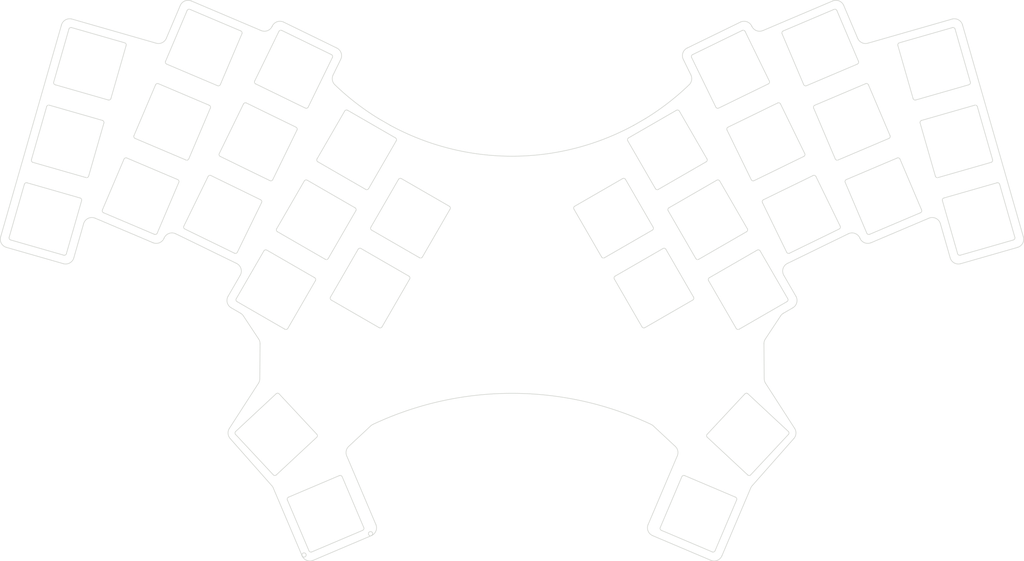
<source format=kicad_pcb>
(kicad_pcb
	(version 20241229)
	(generator "pcbnew")
	(generator_version "9.0")
	(general
		(thickness 1.6)
		(legacy_teardrops no)
	)
	(paper "A3")
	(title_block
		(title "metasepia_switchplate")
		(rev "v1.0.0")
		(company "Unknown")
	)
	(layers
		(0 "F.Cu" signal)
		(2 "B.Cu" signal)
		(9 "F.Adhes" user)
		(11 "B.Adhes" user)
		(13 "F.Paste" user)
		(15 "B.Paste" user)
		(5 "F.SilkS" user)
		(7 "B.SilkS" user)
		(1 "F.Mask" user)
		(3 "B.Mask" user)
		(17 "Dwgs.User" user)
		(19 "Cmts.User" user)
		(21 "Eco1.User" user)
		(23 "Eco2.User" user)
		(25 "Edge.Cuts" user)
		(27 "Margin" user)
		(31 "F.CrtYd" user)
		(29 "B.CrtYd" user)
		(35 "F.Fab" user)
		(33 "B.Fab" user)
	)
	(setup
		(pad_to_mask_clearance 0.05)
		(allow_soldermask_bridges_in_footprints no)
		(tenting front back)
		(pcbplotparams
			(layerselection 0x00000000_00000000_55555555_5755f5ff)
			(plot_on_all_layers_selection 0x00000000_00000000_00000000_00000000)
			(disableapertmacros no)
			(usegerberextensions no)
			(usegerberattributes yes)
			(usegerberadvancedattributes yes)
			(creategerberjobfile yes)
			(dashed_line_dash_ratio 12.000000)
			(dashed_line_gap_ratio 3.000000)
			(svgprecision 4)
			(plotframeref no)
			(mode 1)
			(useauxorigin no)
			(hpglpennumber 1)
			(hpglpenspeed 20)
			(hpglpendiameter 15.000000)
			(pdf_front_fp_property_popups yes)
			(pdf_back_fp_property_popups yes)
			(pdf_metadata yes)
			(pdf_single_document no)
			(dxfpolygonmode yes)
			(dxfimperialunits yes)
			(dxfusepcbnewfont yes)
			(psnegative no)
			(psa4output no)
			(plot_black_and_white yes)
			(sketchpadsonfab no)
			(plotpadnumbers no)
			(hidednponfab no)
			(sketchdnponfab yes)
			(crossoutdnponfab yes)
			(subtractmaskfromsilk no)
			(outputformat 1)
			(mirror no)
			(drillshape 1)
			(scaleselection 1)
			(outputdirectory "")
		)
	)
	(net 0 "")
	(gr_line
		(start 169.103191 179.271767)
		(end 163.930553 184.09533)
		(stroke
			(width 0.15)
			(type solid)
		)
		(layer "Edge.Cuts")
		(uuid "001598f4-803d-41a4-84a8-2e19732382ef")
	)
	(gr_arc
		(start 261.562908 159.945677)
		(mid 261.645123 159.362158)
		(end 261.893822 158.827928)
		(stroke
			(width 0.15)
			(type solid)
		)
		(layer "Edge.Cuts")
		(uuid "00a8d6a9-c689-4489-98eb-d3fa610f6266")
	)
	(gr_arc
		(start 83.446254 137.268451)
		(mid 82.248289 136.315547)
		(end 82.075005 134.794654)
		(stroke
			(width 0.15)
			(type solid)
		)
		(layer "Edge.Cuts")
		(uuid "00ccb78e-f5ec-493b-855c-5b4049c1bd3b")
	)
	(gr_line
		(start 246.222111 140.073678)
		(end 257.480441 133.573678)
		(stroke
			(width 0.15)
			(type solid)
		)
		(layer "Edge.Cuts")
		(uuid "011a89f9-a41c-4f97-8b49-b94f55491983")
	)
	(gr_arc
		(start 113.689758 111.622227)
		(mid 113.421531 111.349277)
		(end 113.424871 110.966608)
		(stroke
			(width 0.15)
			(type solid)
		)
		(layer "Edge.Cuts")
		(uuid "0165778d-210e-4bcf-a6d4-09afe7edaff1")
	)
	(gr_line
		(start 236.722111 123.619195)
		(end 247.980441 117.119195)
		(stroke
			(width 0.15)
			(type solid)
		)
		(layer "Edge.Cuts")
		(uuid "05372a97-65bb-4341-a539-ba65434aafe9")
	)
	(gr_line
		(start 89.653424 117.254056)
		(end 102.149826 120.837342)
		(stroke
			(width 0.15)
			(type solid)
		)
		(layer "Edge.Cuts")
		(uuid "053f82e7-71b2-432a-b3b8-b0f71fbb5d3f")
	)
	(gr_line
		(start 163.45354 186.3395)
		(end 170.307358 202.486083)
		(stroke
			(width 0.15)
			(type solid)
		)
		(layer "Edge.Cuts")
		(uuid "0574403e-f52b-492d-aa3d-027c8b49b8b9")
	)
	(gr_arc
		(start 125.928268 81.510453)
		(mid 126.201217 81.242227)
		(end 126.583885 81.245566)
		(stroke
			(width 0.15)
			(type solid)
		)
		(layer "Edge.Cuts")
		(uuid "06a43967-c9d8-4074-8dc8-875d9c88b26d")
	)
	(gr_line
		(start 126.311939 116.436844)
		(end 131.391444 104.470281)
		(stroke
			(width 0.15)
			(type solid)
		)
		(layer "Edge.Cuts")
		(uuid "08111177-f380-416f-afc2-4c0f4918f0df")
	)
	(gr_arc
		(start 124.309112 80.3343)
		(mid 125.400908 79.261394)
		(end 126.931584 79.274752)
		(stroke
			(width 0.15)
			(type solid)
		)
		(layer "Edge.Cuts")
		(uuid "087e7faa-b5e3-47f8-b66b-630f02a4aea7")
	)
	(gr_line
		(start 308.258521 84.905171)
		(end 322.5641 134.794654)
		(stroke
			(width 0.15)
			(type solid)
		)
		(layer "Edge.Cuts")
		(uuid "0a3f6900-cf98-47d1-a1a9-ddb50ff7dd82")
	)
	(gr_arc
		(start 257.663454 132.890665)
		(mid 257.713404 133.270075)
		(end 257.480441 133.573678)
		(stroke
			(width 0.15)
			(type solid)
		)
		(layer "Edge.Cuts")
		(uuid "0a64f541-7081-40e1-af4d-5615ab5f1883")
	)
	(gr_line
		(start 123.702666 121.304255)
		(end 111.736103 116.22475)
		(stroke
			(width 0.15)
			(type solid)
		)
		(layer "Edge.Cuts")
		(uuid "0aa043aa-4770-4f59-ab58-a22049a04a41")
	)
	(gr_line
		(start 250.064108 208.675212)
		(end 255.143612 196.708648)
		(stroke
			(width 0.15)
			(type solid)
		)
		(layer "Edge.Cuts")
		(uuid "0ae4851a-387d-4bdc-95f8-5db7ed164420")
	)
	(gr_line
		(start 271.558892 99.212138)
		(end 283.525455 94.132634)
		(stroke
			(width 0.15)
			(type solid)
		)
		(layer "Edge.Cuts")
		(uuid "0b0e8663-c37e-4fd5-b75f-9760f88db64b")
	)
	(gr_arc
		(start 254.878725 196.053031)
		(mid 255.146951 196.32598)
		(end 255.143612 196.708648)
		(stroke
			(width 0.15)
			(type solid)
		)
		(layer "Edge.Cuts")
		(uuid "0b3f7df7-7a1e-4a57-80bd-e4a787549c37")
	)
	(gr_line
		(start 100.771639 125.64365)
		(end 88.275237 122.060364)
		(stroke
			(width 0.15)
			(type solid)
		)
		(layer "Edge.Cuts")
		(uuid "0b993e17-3352-48be-ac1c-879248232d05")
	)
	(gr_line
		(start 92.893897 104.139204)
		(end 89.310611 116.635606)
		(stroke
			(width 0.15)
			(type solid)
		)
		(layer "Edge.Cuts")
		(uuid "0bfd0b9b-c00e-4344-8f3b-7ac933199eee")
	)
	(gr_arc
		(start 259.244769 121.558417)
		(mid 258.8628 121.581779)
		(end 258.576187 121.328205)
		(stroke
			(width 0.15)
			(type solid)
		)
		(layer "Edge.Cuts")
		(uuid "0c0aeb83-5a73-4561-b658-ed7fd8fc5c3b")
	)
	(gr_line
		(start 245.008971 148.972458)
		(end 238.508971 137.714128)
		(stroke
			(width 0.15)
			(type solid)
		)
		(layer "Edge.Cuts")
		(uuid "0c517789-d323-4f00-a423-12e3897ebf8e")
	)
	(gr_arc
		(start 171.754489 155.972458)
		(mid 171.450886 156.205421)
		(end 171.071476 156.155471)
		(stroke
			(width 0.15)
			(type solid)
		)
		(layer "Edge.Cuts")
		(uuid "0d0148b2-3348-4a4f-a373-cd8ee44486c5")
	)
	(gr_arc
		(start 165.416993 127.949322)
		(mid 165.649956 128.252925)
		(end 165.600006 128.632335)
		(stroke
			(width 0.15)
			(type solid)
		)
		(layer "Edge.Cuts")
		(uuid "0f1470a1-e63e-47d1-88fc-84a316f9d438")
	)
	(gr_arc
		(start 152.955842 209.851364)
		(mid 153.876346 209.460634)
		(end 152.955842 209.851364)
		(stroke
			(width 0.15)
			(type solid)
		)
		(layer "Edge.Cuts")
		(uuid "1034a87a-7855-435d-bb15-b80ad60d6b0c")
	)
	(gr_arc
		(start 98.131007 85.875233)
		(mid 98.369233 85.575742)
		(end 98.749456 85.53242)
		(stroke
			(width 0.15)
			(type solid)
		)
		(layer "Edge.Cuts")
		(uuid "10c92edb-1588-4073-a3f6-37b51dd5bfbb")
	)
	(gr_arc
		(start 244.382773 96.67568)
		(mid 244.554698 97.900298)
		(end 243.973655 98.991919)
		(stroke
			(width 0.15)
			(type solid)
		)
		(layer "Edge.Cuts")
		(uuid "12bfa887-4852-44d3-ba1f-949e7ef0dedc")
	)
	(gr_arc
		(start 268.772996 179.854363)
		(mid 269.085873 181.088077)
		(end 268.591083 182.260734)
		(stroke
			(width 0.15)
			(type solid)
		)
		(layer "Edge.Cuts")
		(uuid "14268f1c-c389-4d30-b6c5-a2770d702433")
	)
	(gr_line
		(start 237.825959 137.531115)
		(end 226.567629 144.031115)
		(stroke
			(width 0.15)
			(type solid)
		)
		(layer "Edge.Cuts")
		(uuid "149b0300-bdea-4956-8461-06d373d6979c")
	)
	(gr_arc
		(start 250.064108 208.675211)
		(mid 249.791159 208.943438)
		(end 249.40849 208.940099)
		(stroke
			(width 0.15)
			(type solid)
		)
		(layer "Edge.Cuts")
		(uuid "15223249-7b8b-410a-9b25-59c9cdadca64")
	)
	(gr_arc
		(start 143.011209 168.187937)
		(mid 142.927737 168.744145)
		(end 142.692704 169.255119)
		(stroke
			(width 0.15)
			(type solid)
		)
		(layer "Edge.Cuts")
		(uuid "154ef769-1c30-4225-a659-3b221932a822")
	)
	(gr_arc
		(start 169.247811 205.108555)
		(mid 168.857079 204.188049)
		(end 169.247811 205.108555)
		(stroke
			(width 0.15)
			(type solid)
		)
		(layer "Edge.Cuts")
		(uuid "1558e4cb-4888-40b0-984a-6a38d36e4fe0")
	)
	(gr_line
		(start 82.075005 134.794654)
		(end 96.380583 84.905171)
		(stroke
			(width 0.15)
			(type solid)
		)
		(layer "Edge.Cuts")
		(uuid "15a615be-3049-4cf1-b066-ff7b7496404f")
	)
	(gr_line
		(start 108.005385 102.230557)
		(end 111.588671 89.734155)
		(stroke
			(width 0.15)
			(type solid)
		)
		(layer "Edge.Cuts")
		(uuid "15d5e9c4-ba9e-4006-8081-48a609e09e5d")
	)
	(gr_line
		(start 166.130133 137.714128)
		(end 159.630133 148.972458)
		(stroke
			(width 0.15)
			(type solid)
		)
		(layer "Edge.Cuts")
		(uuid "166739d5-53b4-445c-9638-42b33dd80c10")
	)
	(gr_arc
		(start 106.265866 129.111818)
		(mid 105.99764 128.838869)
		(end 106.00098 128.4562)
		(stroke
			(width 0.15)
			(type solid)
		)
		(layer "Edge.Cuts")
		(uuid "16d18809-880e-4e46-9168-e5500d4e7f4a")
	)
	(gr_line
		(start 146.851673 171.717965)
		(end 137.344075 180.583944)
		(stroke
			(width 0.15)
			(type solid)
		)
		(layer "Edge.Cuts")
		(uuid "17b218e6-4995-4654-a620-d69b4a526694")
	)
	(gr_arc
		(start 224.067629 139.700988)
		(mid 223.688219 139.750938)
		(end 223.384616 139.517975)
		(stroke
			(width 0.15)
			(type solid)
		)
		(layer "Edge.Cuts")
		(uuid "186cbc8f-6fab-4abf-a5f2-b52b97d445e6")
	)
	(gr_arc
		(start 261.9464 169.255119)
		(mid 261.711367 168.744145)
		(end 261.627895 168.187937)
		(stroke
			(width 0.15)
			(type solid)
		)
		(layer "Edge.Cuts")
		(uuid "1922a2ce-00a7-486d-aa04-219058b129c2")
	)
	(gr_arc
		(start 250.915718 104.48133)
		(mid 250.533748 104.504693)
		(end 250.247135 104.251119)
		(stroke
			(width 0.15)
			(type solid)
		)
		(layer "Edge.Cuts")
		(uuid "198605dd-e8c3-4d5e-be43-95fb5798aa2a")
	)
	(gr_arc
		(start 311.126758 103.796393)
		(mid 311.506981 103.839714)
		(end 311.745207 104.139204)
		(stroke
			(width 0.15)
			(type solid)
		)
		(layer "Edge.Cuts")
		(uuid "1a1e3bd1-6381-4574-9c60-268eba1bc779")
	)
	(gr_arc
		(start 138.550448 86.325071)
		(mid 138.818674 86.59802)
		(end 138.815335 86.980688)
		(stroke
			(width 0.15)
			(type solid)
		)
		(layer "Edge.Cuts")
		(uuid "1c7753f6-a3f3-4b61-80b7-f4fd8ceec540")
	)
	(gr_line
		(start 258.686808 85.170319)
		(end 258.734989 85.269105)
		(stroke
			(width 0.15)
			(type solid)
		)
		(layer "Edge.Cuts")
		(uuid "1e2f026b-fe66-49ce-bb7c-e9e9b1ee5e6b")
	)
	(gr_arc
		(start 316.363867 122.060364)
		(mid 316.744091 122.103685)
		(end 316.982317 122.403176)
		(stroke
			(width 0.15)
			(type solid)
		)
		(layer "Edge.Cuts")
		(uuid "1edc73d4-3e27-4c4a-9472-3c0d5b7b30c1")
	)
	(gr_arc
		(start 120.507203 135.10259)
		(mid 119.415406 136.175495)
		(end 117.884731 136.162136)
		(stroke
			(width 0.15)
			(type solid)
		)
		(layer "Edge.Cuts")
		(uuid "202cadcf-e1e1-474a-9342-add51e43853b")
	)
	(gr_arc
		(start 248.163454 116.436182)
		(mid 248.213404 116.815592)
		(end 247.980441 117.119195)
		(stroke
			(width 0.15)
			(type solid)
		)
		(layer "Edge.Cuts")
		(uuid "2062affc-3f13-4752-8bfc-c935e583737a")
	)
	(gr_arc
		(start 166.130133 137.714128)
		(mid 166.433736 137.481165)
		(end 166.813146 137.531115)
		(stroke
			(width 0.15)
			(type solid)
		)
		(layer "Edge.Cuts")
		(uuid "20b817c1-dc48-49a4-9cf1-7f2b838b4659")
	)
	(gr_arc
		(start 163.45354 186.3395)
		(mid 163.338255 185.142214)
		(end 163.930553 184.09533)
		(stroke
			(width 0.15)
			(type solid)
		)
		(layer "Edge.Cuts")
		(uuid "211010b0-dbd7-484a-bf70-5747be965aae")
	)
	(gr_arc
		(start 278.982784 116.701731)
		(mid 278.600115 116.705071)
		(end 278.327165 116.436844)
		(stroke
			(width 0.15)
			(type solid)
		)
		(layer "Edge.Cuts")
		(uuid "21ac3c2f-5484-4b71-b63a-857e7b1dd43b")
	)
	(gr_line
		(start 175.630133 121.259645)
		(end 169.130133 132.517975)
		(stroke
			(width 0.15)
			(type solid)
		)
		(layer "Edge.Cuts")
		(uuid "2206f277-c9b8-47b7-a571-746b943f0054")
	)
	(gr_arc
		(start 137.319397 181.29062)
		(mid 137.185379 180.932171)
		(end 137.344075 180.583944)
		(stroke
			(width 0.15)
			(type solid)
		)
		(layer "Edge.Cuts")
		(uuid "23b8959e-e324-4b1a-bce0-03bf320421ca")
	)
	(gr_line
		(start 237.441926 203.860594)
		(end 249.40849 208.940099)
		(stroke
			(width 0.15)
			(type solid)
		)
		(layer "Edge.Cuts")
		(uuid "23b8db97-9ab7-4eb7-a841-2c3f14dcdf00")
	)
	(gr_line
		(start 311.126758 103.796392)
		(end 298.630356 107.379678)
		(stroke
			(width 0.15)
			(type solid)
		)
		(layer "Edge.Cuts")
		(uuid "23da10d7-c26b-413f-a4ca-d9d99fbaeb82")
	)
	(gr_arc
		(start 187.571476 127.576632)
		(mid 187.804439 127.880235)
		(end 187.754489 128.259645)
		(stroke
			(width 0.15)
			(type solid)
		)
		(layer "Edge.Cuts")
		(uuid "25744616-3079-4240-be64-a937153915c1")
	)
	(gr_line
		(start 121.02764 88.064965)
		(end 124.309112 80.3343)
		(stroke
			(width 0.15)
			(type solid)
		)
		(layer "Edge.Cuts")
		(uuid "263c52f1-3128-4f64-8cbf-b6d7bfefff62")
	)
	(gr_arc
		(start 106.008748 107.379678)
		(mid 106.308239 107.617904)
		(end 106.351561 107.998127)
		(stroke
			(width 0.15)
			(type solid)
		)
		(layer "Edge.Cuts")
		(uuid "27d35dda-e28c-4392-8871-a397bcdba334")
	)
	(gr_arc
		(start 87.656787 122.403176)
		(mid 87.895013 122.103685)
		(end 88.275237 122.060364)
		(stroke
			(width 0.15)
			(type solid)
		)
		(layer "Edge.Cuts")
		(uuid "27d63287-71d3-4f9d-8f2f-004499a701b5")
	)
	(gr_line
		(start 235.391294 205.108555)
		(end 249.060791 210.910912)
		(stroke
			(width 0.15)
			(type solid)
		)
		(layer "Edge.Cuts")
		(uuid "289bbde0-9840-4ef1-9fa3-12ad6372a2bf")
	)
	(gr_arc
		(start 159.860583 91.898213)
		(mid 160.114157 92.184826)
		(end 160.090794 92.566796)
		(stroke
			(width 0.15)
			(type solid)
		)
		(layer "Edge.Cuts")
		(uuid "28a3c43c-07d8-4bb2-ae8c-0e74fb3e01eb")
	)
	(gr_line
		(start 298.638125 128.4562)
		(end 293.55862 116.489637)
		(stroke
			(width 0.15)
			(type solid)
		)
		(layer "Edge.Cuts")
		(uuid "297e6b27-4aae-41e7-964c-92c1ae5cdf22")
	)
	(gr_arc
		(start 216.884615 128.259645)
		(mid 216.834665 127.880235)
		(end 217.067628 127.576632)
		(stroke
			(width 0.15)
			(type solid)
		)
		(layer "Edge.Cuts")
		(uuid "2a1f2449-3eae-44b5-9a7e-1a6e86746e30")
	)
	(gr_arc
		(start 281.402979 134.060147)
		(mid 282.980136 133.984391)
		(end 284.120731 135.076273)
		(stroke
			(width 0.15)
			(type solid)
		)
		(layer "Edge.Cuts")
		(uuid "2a48ab28-0434-491b-93dc-601306773fb3")
	)
	(gr_arc
		(start 292.903002 116.224751)
		(mid 293.285671 116.221411)
		(end 293.55862 116.489637)
		(stroke
			(width 0.15)
			(type solid)
		)
		(layer "Edge.Cuts")
		(uuid "2b185c03-5f50-48f1-af49-31a781389bd9")
	)
	(gr_arc
		(start 264.791896 103.276475)
		(mid 265.173866 103.253112)
		(end 265.460479 103.506686)
		(stroke
			(width 0.15)
			(type solid)
		)
		(layer "Edge.Cuts")
		(uuid "2ba64326-fad0-4251-8bd3-14e8cd9993c4")
	)
	(gr_arc
		(start 142.745283 158.827928)
		(mid 142.993982 159.362158)
		(end 143.076197 159.945677)
		(stroke
			(width 0.15)
			(type solid)
		)
		(layer "Edge.Cuts")
		(uuid "2c0fbe54-9013-4abd-b0d0-5f6f32a9e6a8")
	)
	(gr_arc
		(start 120.518374 135.076273)
		(mid 121.658969 133.984391)
		(end 123.236126 134.060147)
		(stroke
			(width 0.15)
			(type solid)
		)
		(layer "Edge.Cuts")
		(uuid "2c5b490e-bbc5-4cbc-bc9a-5a220b273e3e")
	)
	(gr_line
		(start 125.928267 81.510453)
		(end 120.848763 93.477016)
		(stroke
			(width 0.15)
			(type solid)
		)
		(layer "Edge.Cuts")
		(uuid "2cd26e29-76b4-40d3-b637-9f5f32317166")
	)
	(gr_arc
		(start 97.531166 138.758502)
		(mid 97.29294 139.057993)
		(end 96.912716 139.101314)
		(stroke
			(width 0.15)
			(type solid)
		)
		(layer "Edge.Cuts")
		(uuid "2cef7fad-104f-4aef-a38d-8f4577fa271e")
	)
	(gr_arc
		(start 322.564101 134.794654)
		(mid 322.390816 136.315548)
		(end 321.192851 137.268452)
		(stroke
			(width 0.15)
			(type solid)
		)
		(layer "Edge.Cuts")
		(uuid "2f453b6b-9553-4978-b9ab-1f14bc8fcd58")
	)
	(gr_line
		(start 235.508971 132.517975)
		(end 229.008971 121.259645)
		(stroke
			(width 0.15)
			(type solid)
		)
		(layer "Edge.Cuts")
		(uuid "30ee2a9d-7565-4c5c-bbe8-d37ea664fd0b")
	)
	(gr_line
		(start 315.328493 116.635606)
		(end 311.745207 104.139204)
		(stroke
			(width 0.15)
			(type solid)
		)
		(layer "Edge.Cuts")
		(uuid "317a4400-4970-4eff-804b-9f4959e41de5")
	)
	(gr_arc
		(start 250.480441 121.449322)
		(mid 250.859851 121.399372)
		(end 251.163454 121.632335)
		(stroke
			(width 0.15)
			(type solid)
		)
		(layer "Edge.Cuts")
		(uuid "31a73eea-4abe-40c8-b368-395f68f13ede")
	)
	(gr_line
		(start 155.230615 208.940099)
		(end 167.197178 203.860594)
		(stroke
			(width 0.15)
			(type solid)
		)
		(layer "Edge.Cuts")
		(uuid "3336d878-3f25-4769-a321-0f970eb128af")
	)
	(gr_line
		(start 151.531531 108.9753)
		(end 139.847209 103.276475)
		(stroke
			(width 0.15)
			(type solid)
		)
		(layer "Edge.Cuts")
		(uuid "336a56a9-2ab0-464f-9fd6-b6d9fc3433ae")
	)
	(gr_arc
		(start 174.916993 111.494839)
		(mid 175.149956 111.798442)
		(end 175.100006 112.177852)
		(stroke
			(width 0.15)
			(type solid)
		)
		(layer "Edge.Cuts")
		(uuid "3402c8fe-4545-41a6-a3ff-7d78f61d0ff5")
	)
	(gr_line
		(start 133.710012 115.859592)
		(end 145.394335 121.558417)
		(stroke
			(width 0.15)
			(type solid)
		)
		(layer "Edge.Cuts")
		(uuid "34391679-5d7f-4618-ac2d-c74ad93608c1")
	)
	(gr_arc
		(start 160.66545 98.991919)
		(mid 160.084407 97.900298)
		(end 160.256332 96.67568)
		(stroke
			(width 0.15)
			(type solid)
		)
		(layer "Edge.Cuts")
		(uuid "34e21697-9658-428d-8cf7-4c796ea4aaa8")
	)
	(gr_arc
		(start 169.313146 133.200988)
		(mid 169.080183 132.897385)
		(end 169.130133 132.517975)
		(stroke
			(width 0.15)
			(type solid)
		)
		(layer "Edge.Cuts")
		(uuid "35501c3b-bf85-4ff3-a411-886119abb996")
	)
	(gr_arc
		(start 271.558891 99.212138)
		(mid 271.176223 99.215477)
		(end 270.903274 98.947251)
		(stroke
			(width 0.15)
			(type solid)
		)
		(layer "Edge.Cuts")
		(uuid "36b325d3-04c6-4544-bbd1-b2316a094d42")
	)
	(gr_arc
		(start 170.307358 202.486082)
		(mid 170.320716 204.016758)
		(end 169.247811 205.108555)
		(stroke
			(width 0.15)
			(type solid)
		)
		(layer "Edge.Cuts")
		(uuid "36d5143a-9537-415a-82ca-112a88e82ec1")
	)
	(gr_arc
		(start 283.790342 93.477015)
		(mid 283.793682 93.859684)
		(end 283.525455 94.132634)
		(stroke
			(width 0.15)
			(type solid)
		)
		(layer "Edge.Cuts")
		(uuid "39ffcbca-7f20-4eaf-96bd-c4c076eb4ea7")
	)
	(gr_arc
		(start 230.93637 108.542121)
		(mid 230.912613 108.555621)
		(end 230.888674 108.568796)
		(stroke
			(width 0.15)
			(type solid)
		)
		(layer "Edge.Cuts")
		(uuid "3a025900-6e5b-42db-aad7-a96f8359ab71")
	)
	(gr_line
		(start 133.735831 98.947251)
		(end 138.815335 86.980688)
		(stroke
			(width 0.15)
			(type solid)
		)
		(layer "Edge.Cuts")
		(uuid "3a27d978-09c2-4d87-b46f-7331db0ddbbc")
	)
	(gr_arc
		(start 278.05522 81.245566)
		(mid 278.437888 81.242227)
		(end 278.710837 81.510453)
		(stroke
			(width 0.15)
			(type solid)
		)
		(layer "Edge.Cuts")
		(uuid "3a4ecb10-4f9d-462e-a4d8-b9093841e1f7")
	)
	(gr_line
		(start 146.892052 190.822896)
		(end 156.39965 181.956917)
		(stroke
			(width 0.15)
			(type solid)
		)
		(layer "Edge.Cuts")
		(uuid "3a61f8f8-4f39-4312-84c4-fa6170085f51")
	)
	(gr_arc
		(start 125.38096 132.936679)
		(mid 125.127386 132.650066)
		(end 125.150749 132.268096)
		(stroke
			(width 0.15)
			(type solid)
		)
		(layer "Edge.Cuts")
		(uuid "3bc2990a-b150-4103-8356-7dfd42182dd2")
	)
	(gr_arc
		(start 245.008972 148.972458)
		(mid 245.058922 149.351868)
		(end 244.825959 149.655471)
		(stroke
			(width 0.15)
			(type solid)
		)
		(layer "Edge.Cuts")
		(uuid "3c208d24-a4e0-432e-b544-20167353fdee")
	)
	(gr_arc
		(start 123.702666 121.304254)
		(mid 123.970893 121.577204)
		(end 123.967553 121.959873)
		(stroke
			(width 0.15)
			(type solid)
		)
		(layer "Edge.Cuts")
		(uuid "3cfde89f-22b9-4123-9f0b-499f1e432bd9")
	)
	(gr_line
		(start 111.080485 116.489637)
		(end 106.00098 128.4562)
		(stroke
			(width 0.15)
			(type solid)
		)
		(layer "Edge.Cuts")
		(uuid "3d168359-1b0b-4a2e-82bd-da1082eda2f1")
	)
	(gr_arc
		(start 143.975651 138.086817)
		(mid 144.279254 137.853855)
		(end 144.658663 137.903805)
		(stroke
			(width 0.15)
			(type solid)
		)
		(layer "Edge.Cuts")
		(uuid "3e1d55a2-b40d-4de0-954b-f7b21bf6f682")
	)
	(gr_arc
		(start 100.771639 125.64365)
		(mid 101.07113 125.881876)
		(end 101.114451 126.2621)
		(stroke
			(width 0.15)
			(type solid)
		)
		(layer "Edge.Cuts")
		(uuid "3e6958e9-413e-4ac3-b352-d76811b8cc1e")
	)
	(gr_line
		(start 149.495492 196.708648)
		(end 154.574997 208.675212)
		(stroke
			(width 0.15)
			(type solid)
		)
		(layer "Edge.Cuts")
		(uuid "3ee8e202-2800-4f5c-a4b7-dd15bbd19e15")
	)
	(gr_arc
		(start 246.222111 140.073677)
		(mid 245.842702 140.123627)
		(end 245.539099 139.890665)
		(stroke
			(width 0.15)
			(type solid)
		)
		(layer "Edge.Cuts")
		(uuid "3f784a5e-ed7e-4591-bd89-79b899949084")
	)
	(gr_arc
		(start 286.754373 136.162137)
		(mid 285.223697 136.175495)
		(end 284.131901 135.102589)
		(stroke
			(width 0.15)
			(type solid)
		)
		(layer "Edge.Cuts")
		(uuid "3fb3a595-30ec-4f28-81cf-d4be1159d1e9")
	)
	(gr_arc
		(start 118.888049 133.926436)
		(mid 118.615099 134.194663)
		(end 118.23243 134.191323)
		(stroke
			(width 0.15)
			(type solid)
		)
		(layer "Edge.Cuts")
		(uuid "3ff3ee10-6077-4a63-9e83-3b8a20355fd4")
	)
	(gr_arc
		(start 233.728033 106.929491)
		(mid 233.704654 106.943635)
		(end 233.681084 106.957459)
		(stroke
			(width 0.15)
			(type solid)
		)
		(layer "Edge.Cuts")
		(uuid "400563f8-781d-4e53-acbf-868b6c0d58cc")
	)
	(gr_arc
		(start 286.406675 134.191322)
		(mid 286.024006 134.194662)
		(end 285.751057 133.926436)
		(stroke
			(width 0.15)
			(type solid)
		)
		(layer "Edge.Cuts")
		(uuid "409e3a4f-bf79-46a7-afc7-63dd18603db1")
	)
	(gr_line
		(start 302.489279 120.837342)
		(end 314.985681 117.254056)
		(stroke
			(width 0.15)
			(type solid)
		)
		(layer "Edge.Cuts")
		(uuid "420b0829-9d80-4041-a262-8ea615763ee4")
	)
	(gr_line
		(start 148.626627 84.249473)
		(end 161.119864 90.342832)
		(stroke
			(width 0.15)
			(type solid)
		)
		(layer "Edge.Cuts")
		(uuid "4215fb04-46d1-4180-85d8-be0e946ae20c")
	)
	(gr_line
		(start 125.380961 132.936679)
		(end 137.065283 138.635504)
		(stroke
			(width 0.15)
			(type solid)
		)
		(layer "Edge.Cuts")
		(uuid "4263080f-c33c-49d7-b971-001cf977dac4")
	)
	(gr_arc
		(start 265.823769 86.980689)
		(mid 265.820429 86.59802)
		(end 266.088656 86.32507)
		(stroke
			(width 0.15)
			(type solid)
		)
		(layer "Edge.Cuts")
		(uuid "436ed0fc-39b2-48c2-a378-8760ad248af6")
	)
	(gr_line
		(start 181.254489 139.517975)
		(end 187.754489 128.259645)
		(stroke
			(width 0.15)
			(type solid)
		)
		(layer "Edge.Cuts")
		(uuid "439b0092-ee4e-40b1-8e78-aacf8bfce095")
	)
	(gr_line
		(start 138.550449 86.32507)
		(end 126.583885 81.245566)
		(stroke
			(width 0.15)
			(type solid)
		)
		(layer "Edge.Cuts")
		(uuid "43cc5610-a8f6-4b37-9f7c-137de07de4a1")
	)
	(gr_arc
		(start 155.916993 144.403804)
		(mid 156.149956 144.707407)
		(end 156.100006 145.086817)
		(stroke
			(width 0.15)
			(type solid)
		)
		(layer "Edge.Cuts")
		(uuid "43f8cc21-97a0-43cd-b66e-7313d8fef484")
	)
	(gr_arc
		(start 258.453729 190.798219)
		(mid 258.105501 190.956915)
		(end 257.747052 190.822896)
		(stroke
			(width 0.15)
			(type solid)
		)
		(layer "Edge.Cuts")
		(uuid "43fd9c4b-116a-436e-a70b-543c5b1d47ea")
	)
	(gr_line
		(start 265.823769 86.980688)
		(end 270.903274 98.947251)
		(stroke
			(width 0.15)
			(type solid)
		)
		(layer "Edge.Cuts")
		(uuid "44bc9359-8d94-4484-9369-4c9a600c9c77")
	)
	(gr_arc
		(start 261.31404 86.233372)
		(mid 259.832163 86.265707)
		(end 258.734989 85.269105)
		(stroke
			(width 0.15)
			(type solid)
		)
		(layer "Edge.Cuts")
		(uuid "461bf731-0486-4c73-9268-f3db689d81e2")
	)
	(gr_line
		(start 170.958021 106.957459)
		(end 173.702735 108.542121)
		(stroke
			(width 0.15)
			(type solid)
		)
		(layer "Edge.Cuts")
		(uuid "4644804c-b40a-4483-b6c8-77bf3081f00d")
	)
	(gr_arc
		(start 142.039064 98.782505)
		(mid 141.78549 98.495892)
		(end 141.808853 98.113922)
		(stroke
			(width 0.15)
			(type solid)
		)
		(layer "Edge.Cuts")
		(uuid "46c116cf-963c-4ffd-b08c-d411e46e9015")
	)
	(gr_line
		(start 167.462065 203.204976)
		(end 162.38256 191.238413)
		(stroke
			(width 0.15)
			(type solid)
		)
		(layer "Edge.Cuts")
		(uuid "4853bcf3-7c7d-4b77-aadb-6a3dbb5e16f5")
	)
	(gr_arc
		(start 307.831314 141.09981)
		(mid 306.31042 140.926526)
		(end 305.357516 139.728562)
		(stroke
			(width 0.15)
			(type solid)
		)
		(layer "Edge.Cuts")
		(uuid "4940483f-52a2-4655-8447-c66f04d66647")
	)
	(gr_line
		(start 267.295029 180.583944)
		(end 257.787431 171.717965)
		(stroke
			(width 0.15)
			(type solid)
		)
		(layer "Edge.Cuts")
		(uuid "49f87e6c-7110-4553-80cd-81da6f362031")
	)
	(gr_line
		(start 303.050323 131.682425)
		(end 305.357516 139.728562)
		(stroke
			(width 0.15)
			(type solid)
		)
		(layer "Edge.Cuts")
		(uuid "4a84b4a5-890b-4091-8077-6a5ab9e52cd5")
	)
	(gr_line
		(start 258.453729 190.798218)
		(end 267.319707 181.29062)
		(stroke
			(width 0.15)
			(type solid)
		)
		(layer "Edge.Cuts")
		(uuid "4add51ba-cc1f-4eab-ba32-94fd5736ce5a")
	)
	(gr_arc
		(start 137.733866 138.405293)
		(mid 137.447253 138.658867)
		(end 137.065283 138.635504)
		(stroke
			(width 0.15)
			(type solid)
		)
		(layer "Edge.Cuts")
		(uuid "4b50ecf4-c904-48c6-908d-05cc1bd48b9f")
	)
	(gr_arc
		(start 267.295029 180.583944)
		(mid 267.453725 180.932171)
		(end 267.319707 181.29062)
		(stroke
			(width 0.15)
			(type solid)
		)
		(layer "Edge.Cuts")
		(uuid "4c0b1039-4377-4b77-a471-eac5916b4858")
	)
	(gr_arc
		(start 136.293952 151.49191)
		(mid 135.3621 150.277497)
		(end 135.561901 148.759859)
		(stroke
			(width 0.15)
			(type solid)
		)
		(layer "Edge.Cuts")
		(uuid "4c1f7fde-8d67-41b3-9153-1146b330718e")
	)
	(gr_arc
		(start 267.573821 138.635504)
		(mid 267.191852 138.658866)
		(end 266.905239 138.405292)
		(stroke
			(width 0.15)
			(type solid)
		)
		(layer "Edge.Cuts")
		(uuid "4c85c9cc-d07b-4186-94ab-49975ec88530")
	)
	(gr_arc
		(start 159.100006 139.890665)
		(mid 158.796403 140.123628)
		(end 158.416993 140.073678)
		(stroke
			(width 0.15)
			(type solid)
		)
		(layer "Edge.Cuts")
		(uuid "4dd0c703-9f07-41ac-baef-907e6b9bea4c")
	)
	(gr_line
		(start 147.507678 86.4296)
		(end 141.808853 98.113922)
		(stroke
			(width 0.15)
			(type solid)
		)
		(layer "Edge.Cuts")
		(uuid "4deb06ff-afb8-4894-be11-f0d93ccef671")
	)
	(gr_arc
		(start 170.958021 106.957459)
		(mid 170.934451 106.943635)
		(end 170.911072 106.929491)
		(stroke
			(width 0.15)
			(type solid)
		)
		(layer "Edge.Cuts")
		(uuid "4e131dca-67b4-49ff-8280-513f0cd82eb0")
	)
	(gr_line
		(start 130.849574 120.583773)
		(end 125.150749 132.268096)
		(stroke
			(width 0.15)
			(type solid)
		)
		(layer "Edge.Cuts")
		(uuid "4e4866a9-d4cc-42d0-8cbc-d534a7f4f613")
	)
	(gr_arc
		(start 146.892052 190.822896)
		(mid 146.533603 190.956914)
		(end 146.185376 190.798218)
		(stroke
			(width 0.15)
			(type solid)
		)
		(layer "Edge.Cuts")
		(uuid "4e5e48e0-f450-4a55-8df8-598429f89bcd")
	)
	(gr_arc
		(start 153.47565 121.632335)
		(mid 153.779253 121.399372)
		(end 154.158663 121.449322)
		(stroke
			(width 0.15)
			(type solid)
		)
		(layer "Edge.Cuts")
		(uuid "4e886d79-76c3-482d-8cfd-ac4ab2bfb919")
	)
	(gr_line
		(start 169.313146 133.200988)
		(end 180.571476 139.700988)
		(stroke
			(width 0.15)
			(type solid)
		)
		(layer "Edge.Cuts")
		(uuid "4faf67c9-639e-4dd3-be84-47d1404e4b27")
	)
	(gr_line
		(start 259.980441 137.903805)
		(end 248.722111 144.403805)
		(stroke
			(width 0.15)
			(type solid)
		)
		(layer "Edge.Cuts")
		(uuid "4fc5af7a-c202-4f1c-bc69-a48019e11e94")
	)
	(gr_line
		(start 174.916993 111.494839)
		(end 163.658663 104.994839)
		(stroke
			(width 0.15)
			(type solid)
		)
		(layer "Edge.Cuts")
		(uuid "512d2928-3315-40ee-a893-e50d57458dd3")
	)
	(gr_line
		(start 279.488355 132.268096)
		(end 273.78953 120.583773)
		(stroke
			(width 0.15)
			(type solid)
		)
		(layer "Edge.Cuts")
		(uuid "51effddb-ee1c-4cd7-82df-ce612e44d5bd")
	)
	(gr_line
		(start 268.772996 179.854363)
		(end 261.9464 169.255119)
		(stroke
			(width 0.15)
			(type solid)
		)
		(layer "Edge.Cuts")
		(uuid "52c1b6a4-4991-4478-a889-061a44a06f40")
	)
	(gr_line
		(start 320.565603 134.899579)
		(end 316.982317 122.403176)
		(stroke
			(width 0.15)
			(type solid)
		)
		(layer "Edge.Cuts")
		(uuid "52fd9454-c816-43f8-b73c-238c3be99695")
	)
	(gr_line
		(start 307.726389 139.101314)
		(end 320.222791 135.518028)
		(stroke
			(width 0.15)
			(type solid)
		)
		(layer "Edge.Cuts")
		(uuid "539593f4-7d99-4415-ae4a-9a9f6676f3d0")
	)
	(gr_arc
		(start 170.911072 106.929491)
		(mid 165.573308 103.238162)
		(end 160.66545 98.991919)
		(stroke
			(width 0.15)
			(type solid)
		)
		(layer "Edge.Cuts")
		(uuid "5399e0fb-3bdd-40f9-bc63-79e498919b16")
	)
	(gr_arc
		(start 173.750431 108.568796)
		(mid 173.726492 108.555621)
		(end 173.702735 108.542121)
		(stroke
			(width 0.15)
			(type solid)
		)
		(layer "Edge.Cuts")
		(uuid "53b7b574-774d-4196-9465-88665e1c9503")
	)
	(gr_line
		(start 271.159304 115.191009)
		(end 265.460479 103.506687)
		(stroke
			(width 0.15)
			(type solid)
		)
		(layer "Edge.Cuts")
		(uuid "53de3e20-daf3-443a-84e8-20cf376ee5bc")
	)
	(gr_line
		(start 293.050434 89.734155)
		(end 296.63372 102.230557)
		(stroke
			(width 0.15)
			(type solid)
		)
		(layer "Edge.Cuts")
		(uuid "55ccf043-532e-4d34-8bf2-6ccf40ebce79")
	)
	(gr_line
		(start 257.080755 171.742643)
		(end 248.214777 181.250241)
		(stroke
			(width 0.15)
			(type solid)
		)
		(layer "Edge.Cuts")
		(uuid "579823f0-e542-4f5f-92db-474ae1287f50")
	)
	(gr_line
		(start 159.813146 149.655471)
		(end 171.071476 156.155471)
		(stroke
			(width 0.15)
			(type solid)
		)
		(layer "Edge.Cuts")
		(uuid "58ac605d-6ff6-4642-b6db-0913ef47f7db")
	)
	(gr_arc
		(start 233.567629 156.155471)
		(mid 233.188219 156.205421)
		(end 232.884616 155.972458)
		(stroke
			(width 0.15)
			(type solid)
		)
		(layer "Edge.Cuts")
		(uuid "5a6a65f5-e54b-4cc7-bbe8-44bbf7a84e91")
	)
	(gr_line
		(start 297.252169 102.573369)
		(end 309.748571 98.990084)
		(stroke
			(width 0.15)
			(type solid)
		)
		(layer "Edge.Cuts")
		(uuid "5aec8224-a168-49e0-9601-1d0a994be44f")
	)
	(gr_line
		(start 94.890533 98.990084)
		(end 107.386935 102.573369)
		(stroke
			(width 0.15)
			(type solid)
		)
		(layer "Edge.Cuts")
		(uuid "5b1d1889-bfce-486a-b255-bce7a3967363")
	)
	(gr_line
		(start 230.93637 108.542121)
		(end 233.681083 106.957459)
		(stroke
			(width 0.15)
			(type solid)
		)
		(layer "Edge.Cuts")
		(uuid "5c277dbe-ea56-4f1a-bbcb-936ddd74c2e7")
	)
	(gr_line
		(start 286.406675 134.191323)
		(end 298.373238 129.111818)
		(stroke
			(width 0.15)
			(type solid)
		)
		(layer "Edge.Cuts")
		(uuid "5c9681a6-74fc-4750-9bab-a8729635a4c7")
	)
	(gr_line
		(start 98.854381 83.533923)
		(end 118.635355 89.206026)
		(stroke
			(width 0.15)
			(type solid)
		)
		(layer "Edge.Cuts")
		(uuid "5cc93fbf-a506-44c2-a64f-7b9d254db70b")
	)
	(gr_line
		(start 284.131901 135.102589)
		(end 284.120731 135.076273)
		(stroke
			(width 0.15)
			(type solid)
		)
		(layer "Edge.Cuts")
		(uuid "5d34813b-a957-4a68-a535-5acae0661ad4")
	)
	(gr_arc
		(start 145.844606 193.360886)
		(mid 146.03719 193.618104)
		(end 146.186096 193.902844)
		(stroke
			(width 0.15)
			(type solid)
		)
		(layer "Edge.Cuts")
		(uuid "5dc7662a-47f3-44fe-b70e-9d6d04ace521")
	)
	(gr_arc
		(start 133.710012 115.859592)
		(mid 133.456438 115.572979)
		(end 133.479801 115.191009)
		(stroke
			(width 0.15)
			(type solid)
		)
		(layer "Edge.Cuts")
		(uuid "5e8002fe-c6c3-4a2a-ab95-1c593d3ec3d7")
	)
	(gr_arc
		(start 143.20248 126.052387)
		(mid 143.456054 126.339)
		(end 143.432691 126.72097)
		(stroke
			(width 0.15)
			(type solid)
		)
		(layer "Edge.Cuts")
		(uuid "5ed97827-c801-4552-ab32-fa88c7d76ff2")
	)
	(gr_line
		(start 305.889648 85.53242)
		(end 293.393246 89.115706)
		(stroke
			(width 0.15)
			(type solid)
		)
		(layer "Edge.Cuts")
		(uuid "5f4a65b7-dab5-46f2-aef2-733131915b89")
	)
	(gr_line
		(start 113.689758 111.622226)
		(end 125.656321 116.701731)
		(stroke
			(width 0.15)
			(type solid)
		)
		(layer "Edge.Cuts")
		(uuid "609610be-c9ed-43c9-842c-9546ba8ed3fa")
	)
	(gr_line
		(start 292.903002 116.22475)
		(end 280.936439 121.304255)
		(stroke
			(width 0.15)
			(type solid)
		)
		(layer "Edge.Cuts")
		(uuid "618523a1-97c6-4d3d-9744-81595d456c06")
	)
	(gr_line
		(start 243.519241 90.342832)
		(end 256.012478 84.249473)
		(stroke
			(width 0.15)
			(type solid)
		)
		(layer "Edge.Cuts")
		(uuid "61ba394a-2bfa-4da7-be93-0459771aec89")
	)
	(gr_arc
		(start 258.453009 193.902844)
		(mid 258.601915 193.618104)
		(end 258.794499 193.360886)
		(stroke
			(width 0.15)
			(type solid)
		)
		(layer "Edge.Cuts")
		(uuid "627e3431-817e-448e-abe1-247aeaf4abcf")
	)
	(gr_arc
		(start 121.11365 94.132633)
		(mid 120.845424 93.859684)
		(end 120.848763 93.477016)
		(stroke
			(width 0.15)
			(type solid)
		)
		(layer "Edge.Cuts")
		(uuid "63b6e3c5-0224-4297-b23b-a9ddcc294aec")
	)
	(gr_line
		(start 102.768275 120.494529)
		(end 106.351561 107.998127)
		(stroke
			(width 0.15)
			(type solid)
		)
		(layer "Edge.Cuts")
		(uuid "65603cd3-3299-4a64-90cd-00d8b728e388")
	)
	(gr_line
		(start 142.692704 169.255119)
		(end 135.866108 179.854363)
		(stroke
			(width 0.15)
			(type solid)
		)
		(layer "Edge.Cuts")
		(uuid "6703b143-072e-4efb-ae7d-0fae1192110e")
	)
	(gr_line
		(start 248.539099 145.086817)
		(end 255.039099 156.345148)
		(stroke
			(width 0.15)
			(type solid)
		)
		(layer "Edge.Cuts")
		(uuid "6827c27b-20c8-4f66-b4ea-691159e5c90d")
	)
	(gr_arc
		(start 84.416314 135.518027)
		(mid 84.116823 135.279802)
		(end 84.073502 134.899579)
		(stroke
			(width 0.15)
			(type solid)
		)
		(layer "Edge.Cuts")
		(uuid "688afd6a-8370-42a5-8fd4-3e64ae8bd557")
	)
	(gr_arc
		(start 162.97565 105.177852)
		(mid 163.279253 104.944889)
		(end 163.658663 104.994839)
		(stroke
			(width 0.15)
			(type solid)
		)
		(layer "Edge.Cuts")
		(uuid "6895cc9a-1f10-4444-bdba-4f65846484b6")
	)
	(gr_line
		(start 254.878725 196.053031)
		(end 242.912162 190.973526)
		(stroke
			(width 0.15)
			(type solid)
		)
		(layer "Edge.Cuts")
		(uuid "697227df-063f-4d47-952e-1e096fa0dc24")
	)
	(gr_line
		(start 261.893822 158.827928)
		(end 265.486935 153.385913)
		(stroke
			(width 0.15)
			(type solid)
		)
		(layer "Edge.Cuts")
		(uuid "69896957-56fc-49c9-9763-dd9d29d443f4")
	)
	(gr_line
		(start 242.256544 191.238413)
		(end 237.17704 203.204976)
		(stroke
			(width 0.15)
			(type solid)
		)
		(layer "Edge.Cuts")
		(uuid "6a5a4f7c-d511-45c3-a6a1-36f43b94e7cc")
	)
	(gr_arc
		(start 267.163453 149.345148)
		(mid 267.213403 149.724557)
		(end 266.980441 150.02816)
		(stroke
			(width 0.15)
			(type solid)
		)
		(layer "Edge.Cuts")
		(uuid "6b1b66a7-0d47-472a-ad5a-15fb79eeb36a")
	)
	(gr_arc
		(start 277.707521 79.274752)
		(mid 279.238197 79.261394)
		(end 280.329993 80.3343)
		(stroke
			(width 0.15)
			(type solid)
		)
		(layer "Edge.Cuts")
		(uuid "6b7c84b1-e13b-42fb-b446-c2641c260ab7")
	)
	(gr_line
		(start 149.600006 156.345148)
		(end 156.100006 145.086817)
		(stroke
			(width 0.15)
			(type solid)
		)
		(layer "Edge.Cuts")
		(uuid "6c2b8ae4-494d-4797-854b-36c71ac3d73e")
	)
	(gr_arc
		(start 237.441927 203.860593)
		(mid 237.173701 203.587644)
		(end 237.17704 203.204976)
		(stroke
			(width 0.15)
			(type solid)
		)
		(layer "Edge.Cuts")
		(uuid "6d046868-e968-49b2-9a36-c7fbdb9aafbb")
	)
	(gr_line
		(start 146.186096 193.902844)
		(end 152.955842 209.851364)
		(stroke
			(width 0.15)
			(type solid)
		)
		(layer "Edge.Cuts")
		(uuid "6d4c5dee-ce58-4334-a37b-4cd9e6f443d4")
	)
	(gr_line
		(start 240.708551 184.09533)
		(end 235.535913 179.271767)
		(stroke
			(width 0.15)
			(type solid)
		)
		(layer "Edge.Cuts")
		(uuid "6dba6a03-0c54-4f7f-8787-8daf9518ae40")
	)
	(gr_arc
		(start 133.73583 98.947251)
		(mid 133.462881 99.215477)
		(end 133.080213 99.212138)
		(stroke
			(width 0.15)
			(type solid)
		)
		(layer "Edge.Cuts")
		(uuid "6dd01d27-1946-407a-97d7-0d53feeff7fa")
	)
	(gr_arc
		(start 256.462845 86.199388)
		(mid 256.844814 86.176026)
		(end 257.131427 86.4296)
		(stroke
			(width 0.15)
			(type solid)
		)
		(layer "Edge.Cuts")
		(uuid "6fb24da0-ca89-4575-b747-27c97042e321")
	)
	(gr_line
		(start 142.039064 98.782505)
		(end 153.723387 104.48133)
		(stroke
			(width 0.15)
			(type solid)
		)
		(layer "Edge.Cuts")
		(uuid "70a7fc93-af99-46f6-b134-8c5d173b2080")
	)
	(gr_arc
		(start 137.548132 141.040579)
		(mid 138.583999 142.253423)
		(end 138.403441 143.838167)
		(stroke
			(width 0.15)
			(type solid)
		)
		(layer "Edge.Cuts")
		(uuid "717ddb1d-4d03-4cd4-ac64-35d46a654162")
	)
	(gr_line
		(start 266.155958 152.755842)
		(end 268.345153 151.49191)
		(stroke
			(width 0.15)
			(type solid)
		)
		(layer "Edge.Cuts")
		(uuid "731f4f7d-fef3-4a96-8acf-5c4c50a1bc06")
	)
	(gr_arc
		(start 154.391969 104.251118)
		(mid 154.105356 104.504692)
		(end 153.723387 104.48133)
		(stroke
			(width 0.15)
			(type solid)
		)
		(layer "Edge.Cuts")
		(uuid "7349dfa8-83db-4e3b-9bbf-ed89345b3ab6")
	)
	(gr_arc
		(start 315.328493 116.635606)
		(mid 315.285172 117.01583)
		(end 314.985681 117.254056)
		(stroke
			(width 0.15)
			(type solid)
		)
		(layer "Edge.Cuts")
		(uuid "74668803-c188-447d-b63a-b5f9fecbf461")
	)
	(gr_arc
		(start 293.050435 89.734155)
		(mid 293.093756 89.353932)
		(end 293.393246 89.115706)
		(stroke
			(width 0.15)
			(type solid)
		)
		(layer "Edge.Cuts")
		(uuid "75734bd7-152c-47ed-9f43-04cfe0512825")
	)
	(gr_line
		(start 257.663454 132.890665)
		(end 251.163454 121.632335)
		(stroke
			(width 0.15)
			(type solid)
		)
		(layer "Edge.Cuts")
		(uuid "7697c829-031e-47fe-8057-23fbc642f6b4")
	)
	(gr_line
		(start 251.683263 209.851364)
		(end 258.453008 193.902844)
		(stroke
			(width 0.15)
			(type solid)
		)
		(layer "Edge.Cuts")
		(uuid "77584249-afcd-4c5d-a79b-63af5045d3d4")
	)
	(gr_line
		(start 137.319398 181.29062)
		(end 146.185376 190.798218)
		(stroke
			(width 0.15)
			(type solid)
		)
		(layer "Edge.Cuts")
		(uuid "78eb9782-9d47-411c-9bc0-c714dd3e4972")
	)
	(gr_line
		(start 248.239454 181.956917)
		(end 257.747052 190.822896)
		(stroke
			(width 0.15)
			(type solid)
		)
		(layer "Edge.Cuts")
		(uuid "79039043-ecfd-4046-acbb-69c817857332")
	)
	(gr_line
		(start 155.578314 210.910912)
		(end 169.247811 205.108555)
		(stroke
			(width 0.15)
			(type solid)
		)
		(layer "Edge.Cuts")
		(uuid "7b833c45-1edd-473b-a7d1-82df1f56aae3")
	)
	(gr_arc
		(start 256.012478 84.249473)
		(mid 257.540356 84.156024)
		(end 258.686808 85.170319)
		(stroke
			(width 0.15)
			(type solid)
		)
		(layer "Edge.Cuts")
		(uuid "7cf484a7-c218-4bed-8de9-dc3a4ff4c533")
	)
	(gr_arc
		(start 228.325959 121.076633)
		(mid 228.705368 121.026683)
		(end 229.008971 121.259645)
		(stroke
			(width 0.15)
			(type solid)
		)
		(layer "Edge.Cuts")
		(uuid "7ea685a4-c743-46cc-9b23-601b9091d6a2")
	)
	(gr_line
		(start 171.754489 155.972458)
		(end 178.254489 144.714128)
		(stroke
			(width 0.15)
			(type solid)
		)
		(layer "Edge.Cuts")
		(uuid "7f120c2d-c3e9-465e-984f-c6df48bcfb5b")
	)
	(gr_arc
		(start 320.565603 134.899578)
		(mid 320.522282 135.279802)
		(end 320.222791 135.518028)
		(stroke
			(width 0.15)
			(type solid)
		)
		(layer "Edge.Cuts")
		(uuid "805dc2db-8b69-49af-a26b-93cdac9741dc")
	)
	(gr_line
		(start 256.462844 86.199388)
		(end 244.778522 91.898213)
		(stroke
			(width 0.15)
			(type solid)
		)
		(layer "Edge.Cuts")
		(uuid "80f8063b-b8d8-4924-8fd7-c1bdd0516e31")
	)
	(gr_arc
		(start 229.539098 112.177852)
		(mid 229.489148 111.798442)
		(end 229.722111 111.494839)
		(stroke
			(width 0.15)
			(type solid)
		)
		(layer "Edge.Cuts")
		(uuid "8106333a-8557-4c49-a1ef-72f20e62f0c0")
	)
	(gr_arc
		(start 273.120947 120.353562)
		(mid 273.502917 120.330199)
		(end 273.78953 120.583773)
		(stroke
			(width 0.15)
			(type solid)
		)
		(layer "Edge.Cuts")
		(uuid "81390029-2d97-4158-8c7c-85e7638c0388")
	)
	(gr_line
		(start 155.916993 144.403805)
		(end 144.658663 137.903805)
		(stroke
			(width 0.15)
			(type solid)
		)
		(layer "Edge.Cuts")
		(uuid "81798249-50fa-4738-8bba-2f77cf728f9c")
	)
	(gr_arc
		(start 145.952296 85.170318)
		(mid 147.098748 84.156023)
		(end 148.626627 84.249473)
		(stroke
			(width 0.15)
			(type solid)
		)
		(layer "Edge.Cuts")
		(uuid "841beb2c-a4dc-4128-8f82-2c845754a5b8")
	)
	(gr_line
		(start 224.067629 139.700988)
		(end 235.325959 133.200988)
		(stroke
			(width 0.15)
			(type solid)
		)
		(layer "Edge.Cuts")
		(uuid "85be2ef6-533b-4896-8afc-ac27bb434321")
	)
	(gr_arc
		(start 156.658663 117.119194)
		(mid 156.425701 116.815591)
		(end 156.475651 116.436182)
		(stroke
			(width 0.15)
			(type solid)
		)
		(layer "Edge.Cuts")
		(uuid "860f62d3-555e-487c-be30-a50e332ccaae")
	)
	(gr_arc
		(start 251.683263 209.851364)
		(mid 250.591467 210.92427)
		(end 249.060791 210.910912)
		(stroke
			(width 0.15)
			(type solid)
		)
		(layer "Edge.Cuts")
		(uuid "86751c0a-1d80-4e4d-808c-d628cae59705")
	)
	(gr_line
		(start 283.790342 93.477016)
		(end 278.710837 81.510453)
		(stroke
			(width 0.15)
			(type solid)
		)
		(layer "Edge.Cuts")
		(uuid "87747fb0-775d-4bd1-b9d6-dd74183450ea")
	)
	(gr_line
		(start 316.363868 122.060364)
		(end 303.867466 125.64365)
		(stroke
			(width 0.15)
			(type solid)
		)
		(layer "Edge.Cuts")
		(uuid "878110d9-5d69-4e81-ac58-f541d10d5976")
	)
	(gr_arc
		(start 242.256545 191.238413)
		(mid 242.529494 190.970187)
		(end 242.912162 190.973526)
		(stroke
			(width 0.15)
			(type solid)
		)
		(layer "Edge.Cuts")
		(uuid "897774e5-bee1-4b5e-abec-dcfee3260660")
	)
	(gr_line
		(start 168.600006 123.436182)
		(end 175.100006 112.177852)
		(stroke
			(width 0.15)
			(type solid)
		)
		(layer "Edge.Cuts")
		(uuid "89efef00-e4df-4f5a-b3c4-6f3c6cd69170")
	)
	(gr_arc
		(start 271.159304 115.19101)
		(mid 271.182666 115.572979)
		(end 270.929092 115.859592)
		(stroke
			(width 0.15)
			(type solid)
		)
		(layer "Edge.Cuts")
		(uuid "8a9f3d55-05e4-424a-a2fe-06a25658ce1d")
	)
	(gr_line
		(start 139.178626 103.506687)
		(end 133.479801 115.191009)
		(stroke
			(width 0.15)
			(type solid)
		)
		(layer "Edge.Cuts")
		(uuid "8ad90bdc-e425-4d70-9a4a-b1a7a2f6954e")
	)
	(gr_arc
		(start 92.893897 104.139204)
		(mid 93.132123 103.839713)
		(end 93.512347 103.796392)
		(stroke
			(width 0.15)
			(type solid)
		)
		(layer "Edge.Cuts")
		(uuid "8b12e74c-dd63-4aa3-b962-7031cd2e6ffb")
	)
	(gr_line
		(start 135.561901 148.759859)
		(end 138.403441 143.838167)
		(stroke
			(width 0.15)
			(type solid)
		)
		(layer "Edge.Cuts")
		(uuid "8b4d2197-6ed3-4528-90bf-bfe5ee05c640")
	)
	(gr_arc
		(start 161.119864 90.342832)
		(mid 162.134159 91.489284)
		(end 162.04071 93.017162)
		(stroke
			(width 0.15)
			(type solid)
		)
		(layer "Edge.Cuts")
		(uuid "90f25677-5230-4c8a-a84a-dcc04f7f5dcd")
	)
	(gr_arc
		(start 248.239455 181.956917)
		(mid 248.080759 181.60869)
		(end 248.214777 181.250241)
		(stroke
			(width 0.15)
			(type solid)
		)
		(layer "Edge.Cuts")
		(uuid "910ce99d-020e-4157-b628-ad2b9d7ac5ac")
	)
	(gr_line
		(start 250.480441 121.449322)
		(end 239.222111 127.949322)
		(stroke
			(width 0.15)
			(type solid)
		)
		(layer "Edge.Cuts")
		(uuid "91884e56-ca58-4d61-884e-2b30560e1bed")
	)
	(gr_line
		(start 97.531165 138.758502)
		(end 101.114451 126.2621)
		(stroke
			(width 0.15)
			(type solid)
		)
		(layer "Edge.Cuts")
		(uuid "92152643-c443-4844-86dd-089827d9f072")
	)
	(gr_arc
		(start 101.588781 131.682425)
		(mid 102.650282 130.428529)
		(end 104.292767 130.39269)
		(stroke
			(width 0.15)
			(type solid)
		)
		(layer "Edge.Cuts")
		(uuid "92a6538c-3284-4af9-8037-bc4d1893acdd")
	)
	(gr_arc
		(start 131.126558 103.814663)
		(mid 131.394784 104.087612)
		(end 131.391444 104.470281)
		(stroke
			(width 0.15)
			(type solid)
		)
		(layer "Edge.Cuts")
		(uuid "9319f380-e625-4d7e-b188-790e0afbc750")
	)
	(gr_line
		(start 143.076197 159.945677)
		(end 143.011209 168.187937)
		(stroke
			(width 0.15)
			(type solid)
		)
		(layer "Edge.Cuts")
		(uuid "942e8f2e-3ea7-4898-9792-6aa549cdeeb0")
	)
	(gr_line
		(start 267.090972 141.040579)
		(end 281.402979 134.060147)
		(stroke
			(width 0.15)
			(type solid)
		)
		(layer "Edge.Cuts")
		(uuid "947f5805-bb77-489d-bf80-8278a319a989")
	)
	(gr_line
		(start 255.722111 156.52816)
		(end 266.980441 150.02816)
		(stroke
			(width 0.15)
			(type solid)
		)
		(layer "Edge.Cuts")
		(uuid "962aae01-048b-457f-9e4e-1a6c1c345ca9")
	)
	(gr_arc
		(start 156.424328 181.250241)
		(mid 156.558346 181.60869)
		(end 156.39965 181.956917)
		(stroke
			(width 0.15)
			(type solid)
		)
		(layer "Edge.Cuts")
		(uuid "973cdaca-7a78-4542-8399-de55d774a356")
	)
	(gr_arc
		(start 248.539099 145.086817)
		(mid 248.489149 144.707408)
		(end 248.722111 144.403805)
		(stroke
			(width 0.15)
			(type solid)
		)
		(layer "Edge.Cuts")
		(uuid "9804fd75-7507-4863-94f6-117ccbde0993")
	)
	(gr_line
		(start 286.754373 136.162136)
		(end 300.346337 130.39269)
		(stroke
			(width 0.15)
			(type solid)
		)
		(layer "Edge.Cuts")
		(uuid "9833286b-9969-4015-b875-3e247c932fde")
	)
	(gr_arc
		(start 310.091384 98.371635)
		(mid 310.048062 98.751858)
		(end 309.748571 98.990084)
		(stroke
			(width 0.15)
			(type solid)
		)
		(layer "Edge.Cuts")
		(uuid "984671d0-90be-4fac-81b8-3eead717f9b7")
	)
	(gr_line
		(start 156.658663 117.119195)
		(end 167.916993 123.619195)
		(stroke
			(width 0.15)
			(type solid)
		)
		(layer "Edge.Cuts")
		(uuid "984eb97f-b360-41b3-8a28-25554a64bea7")
	)
	(gr_line
		(start 153.475651 121.632335)
		(end 146.975651 132.890665)
		(stroke
			(width 0.15)
			(type solid)
		)
		(layer "Edge.Cuts")
		(uuid "98dd5c7e-b946-43c4-b292-7530d665242f")
	)
	(gr_line
		(start 137.733866 138.405292)
		(end 143.432691 126.72097)
		(stroke
			(width 0.15)
			(type solid)
		)
		(layer "Edge.Cuts")
		(uuid "9b83cef1-dca5-4b9d-b405-3d9813fd939d")
	)
	(gr_arc
		(start 99.28159 139.728562)
		(mid 98.328685 140.926527)
		(end 96.807791 141.099811)
		(stroke
			(width 0.15)
			(type solid)
		)
		(layer "Edge.Cuts")
		(uuid "9c2f4e6a-9108-491a-8bc4-d364bf062b41")
	)
	(gr_line
		(start 267.573821 138.635504)
		(end 279.258144 132.936679)
		(stroke
			(width 0.15)
			(type solid)
		)
		(layer "Edge.Cuts")
		(uuid "9d6642cc-fe40-4e36-ad57-2944baeaa528")
	)
	(gr_line
		(start 87.656787 122.403176)
		(end 84.073502 134.899579)
		(stroke
			(width 0.15)
			(type solid)
		)
		(layer "Edge.Cuts")
		(uuid "9d80f383-43c2-4215-862c-1b038d3292dd")
	)
	(gr_line
		(start 242.598395 93.017162)
		(end 244.382773 96.67568)
		(stroke
			(width 0.15)
			(type solid)
		)
		(layer "Edge.Cuts")
		(uuid "9deed90c-ddf2-4f07-9fed-41bd4d79df5f")
	)
	(gr_line
		(start 285.479111 98.735158)
		(end 273.512547 103.814663)
		(stroke
			(width 0.15)
			(type solid)
		)
		(layer "Edge.Cuts")
		(uuid "9dfab889-1b2d-482b-b99f-1e974399ce4d")
	)
	(gr_line
		(start 248.163454 116.436182)
		(end 241.663454 105.177852)
		(stroke
			(width 0.15)
			(type solid)
		)
		(layer "Edge.Cuts")
		(uuid "9e44c7c0-ddf8-4332-976a-32c4beb65711")
	)
	(gr_arc
		(start 259.980441 137.903804)
		(mid 260.359851 137.853854)
		(end 260.663454 138.086817)
		(stroke
			(width 0.15)
			(type solid)
		)
		(layer "Edge.Cuts")
		(uuid "9fe52886-6918-4277-a6a8-cea478d146c0")
	)
	(gr_line
		(start 104.292767 130.39269)
		(end 117.884731 136.162136)
		(stroke
			(width 0.15)
			(type solid)
		)
		(layer "Edge.Cuts")
		(uuid "9fe863cc-a6b8-45ec-9614-a50fc11ecccb")
	)
	(gr_arc
		(start 159.813146 149.655471)
		(mid 159.580183 149.351868)
		(end 159.630133 148.972458)
		(stroke
			(width 0.15)
			(type solid)
		)
		(layer "Edge.Cuts")
		(uuid "a15de0b7-eaa2-49a6-bb0c-e90b76807a3c")
	)
	(gr_line
		(start 259.24477 121.558417)
		(end 270.929092 115.859592)
		(stroke
			(width 0.15)
			(type solid)
		)
		(layer "Edge.Cuts")
		(uuid "a18e1c97-a7d6-4d6a-869b-c39435ed31fb")
	)
	(gr_arc
		(start 242.598395 93.017162)
		(mid 242.504946 91.489284)
		(end 243.519241 90.342832)
		(stroke
			(width 0.15)
			(type solid)
		)
		(layer "Edge.Cuts")
		(uuid "a1f13a5d-71e0-4a25-a19e-4786ce330e85")
	)
	(gr_arc
		(start 262.830252 98.113923)
		(mid 262.853614 98.495892)
		(end 262.60004 98.782505)
		(stroke
			(width 0.15)
			(type solid)
		)
		(layer "Edge.Cuts")
		(uuid "a2abb0c8-7cb9-4379-ab93-6c8d84660670")
	)
	(gr_line
		(start 261.31404 86.233372)
		(end 277.707521 79.274752)
		(stroke
			(width 0.15)
			(type solid)
		)
		(layer "Edge.Cuts")
		(uuid "a316d784-8935-4666-9ffe-7f774c84b4d8")
	)
	(gr_line
		(start 120.518374 135.076273)
		(end 120.507203 135.102589)
		(stroke
			(width 0.15)
			(type solid)
		)
		(layer "Edge.Cuts")
		(uuid "a391c176-31e1-4ed6-870b-6a94820cc94d")
	)
	(gr_line
		(start 161.726942 190.973526)
		(end 149.760379 196.053031)
		(stroke
			(width 0.15)
			(type solid)
		)
		(layer "Edge.Cuts")
		(uuid "a41dad4e-b428-4bc6-adc9-6036fb575048")
	)
	(gr_arc
		(start 279.488355 132.268096)
		(mid 279.511718 132.650066)
		(end 279.258144 132.936679)
		(stroke
			(width 0.15)
			(type solid)
		)
		(layer "Edge.Cuts")
		(uuid "a55d260c-ad04-4c55-a94b-0eaebc46829b")
	)
	(gr_line
		(start 98.131007 85.875232)
		(end 94.547721 98.371634)
		(stroke
			(width 0.15)
			(type solid)
		)
		(layer "Edge.Cuts")
		(uuid "a5ab3b68-ea3e-416f-9367-af1e0ec37f55")
	)
	(gr_arc
		(start 149.600005 156.345148)
		(mid 149.296402 156.57811)
		(end 148.916993 156.52816)
		(stroke
			(width 0.15)
			(type solid)
		)
		(layer "Edge.Cuts")
		(uuid "a5d052c6-3e6b-4828-afa0-eca25ec94e9e")
	)
	(gr_arc
		(start 261.206414 126.72097)
		(mid 261.183051 126.339)
		(end 261.436625 126.052387)
		(stroke
			(width 0.15)
			(type solid)
		)
		(layer "Edge.Cuts")
		(uuid "a5e03b6c-00d6-4ed8-8349-79c8b46651e5")
	)
	(gr_arc
		(start 236.722111 123.619195)
		(mid 236.342701 123.669145)
		(end 236.039098 123.436182)
		(stroke
			(width 0.15)
			(type solid)
		)
		(layer "Edge.Cuts")
		(uuid "a61c295f-7528-4761-9c2a-529c205d0f72")
	)
	(gr_line
		(start 278.982783 116.701731)
		(end 290.949346 111.622226)
		(stroke
			(width 0.15)
			(type solid)
		)
		(layer "Edge.Cuts")
		(uuid "a6e92df6-7327-4279-afdd-1f8f8eb1c8d3")
	)
	(gr_line
		(start 229.539099 112.177852)
		(end 236.039098 123.436182)
		(stroke
			(width 0.15)
			(type solid)
		)
		(layer "Edge.Cuts")
		(uuid "a798f3a9-6063-497a-b5e5-78387a33b986")
	)
	(gr_line
		(start 261.627895 168.187937)
		(end 261.562908 159.945677)
		(stroke
			(width 0.15)
			(type solid)
		)
		(layer "Edge.Cuts")
		(uuid "a8a9032b-cdac-4e60-b338-19728803cdda")
	)
	(gr_line
		(start 147.158663 133.573678)
		(end 158.416993 140.073678)
		(stroke
			(width 0.15)
			(type solid)
		)
		(layer "Edge.Cuts")
		(uuid "a98848ee-a6a3-482a-8348-294ef57c4235")
	)
	(gr_line
		(start 136.048022 182.260734)
		(end 145.844606 193.360886)
		(stroke
			(width 0.15)
			(type solid)
		)
		(layer "Edge.Cuts")
		(uuid "aa63fe6a-d75c-4a59-8de3-e1dc832d2f2f")
	)
	(gr_line
		(start 146.062918 121.328205)
		(end 151.761743 109.643883)
		(stroke
			(width 0.15)
			(type solid)
		)
		(layer "Edge.Cuts")
		(uuid "aaa234a6-e344-4814-ab3e-066e5fafac51")
	)
	(gr_arc
		(start 230.888673 108.568796)
		(mid 202.319552 115.807017)
		(end 173.750431 108.568796)
		(stroke
			(width 0.15)
			(type solid)
		)
		(layer "Edge.Cuts")
		(uuid "aaec9112-3e38-4b44-8534-6ff853635cfd")
	)
	(gr_arc
		(start 266.235663 143.838167)
		(mid 266.055104 142.253423)
		(end 267.090972 141.040579)
		(stroke
			(width 0.15)
			(type solid)
		)
		(layer "Edge.Cuts")
		(uuid "aafdf75b-d2ed-43f5-9a5c-568df8a521dc")
	)
	(gr_line
		(start 159.860583 91.898213)
		(end 148.17626 86.199388)
		(stroke
			(width 0.15)
			(type solid)
		)
		(layer "Edge.Cuts")
		(uuid "ab71cf4d-88c1-4d70-93dc-6e0b7b9686c3")
	)
	(gr_arc
		(start 139.178626 103.506686)
		(mid 139.465239 103.253112)
		(end 139.847209 103.276475)
		(stroke
			(width 0.15)
			(type solid)
		)
		(layer "Edge.Cuts")
		(uuid "abfd8201-dd84-4867-9750-8fee5589fae2")
	)
	(gr_line
		(start 160.256332 96.67568)
		(end 162.04071 93.017162)
		(stroke
			(width 0.15)
			(type solid)
		)
		(layer "Edge.Cuts")
		(uuid "ac5efd90-a813-427b-8130-e3e13e9cd52f")
	)
	(gr_arc
		(start 235.391294 205.108554)
		(mid 234.318389 204.016758)
		(end 234.331747 202.486083)
		(stroke
			(width 0.15)
			(type solid)
		)
		(layer "Edge.Cuts")
		(uuid "accb32a4-da14-4f8b-9745-b675b4bb525e")
	)
	(gr_line
		(start 273.120948 120.353562)
		(end 261.436625 126.052387)
		(stroke
			(width 0.15)
			(type solid)
		)
		(layer "Edge.Cuts")
		(uuid "ace63030-8817-4820-9e6e-7aceecaa62de")
	)
	(gr_line
		(start 226.384616 144.714128)
		(end 232.884616 155.972458)
		(stroke
			(width 0.15)
			(type solid)
		)
		(layer "Edge.Cuts")
		(uuid "ada6fcdc-8197-4c1a-80cc-571293144359")
	)
	(gr_line
		(start 291.214233 110.966608)
		(end 286.134729 99.000045)
		(stroke
			(width 0.15)
			(type solid)
		)
		(layer "Edge.Cuts")
		(uuid "b0003a61-dfb4-4b45-b889-1078eded0aac")
	)
	(gr_arc
		(start 155.578314 210.910911)
		(mid 154.047639 210.92427)
		(end 152.955842 209.851365)
		(stroke
			(width 0.15)
			(type solid)
		)
		(layer "Edge.Cuts")
		(uuid "b16f4e81-8899-45dd-99eb-372814015777")
	)
	(gr_arc
		(start 126.31194 116.436844)
		(mid 126.03899 116.705071)
		(end 125.656321 116.701731)
		(stroke
			(width 0.15)
			(type solid)
		)
		(layer "Edge.Cuts")
		(uuid "b17c8422-32f6-4f81-819f-beb44f679734")
	)
	(gr_arc
		(start 138.483146 152.755842)
		(mid 138.854339 153.031929)
		(end 139.15217 153.385913)
		(stroke
			(width 0.15)
			(type solid)
		)
		(layer "Edge.Cuts")
		(uuid "b2ce6e88-bea7-4f20-b8ea-a1728519077a")
	)
	(gr_arc
		(start 286.00375 89.206026)
		(mid 284.591453 89.088673)
		(end 283.611465 88.064965)
		(stroke
			(width 0.15)
			(type solid)
		)
		(layer "Edge.Cuts")
		(uuid "b5232dd3-8370-4ba3-9912-bd7e76944fea")
	)
	(gr_arc
		(start 102.768275 120.494529)
		(mid 102.530049 120.79402)
		(end 102.149826 120.837342)
		(stroke
			(width 0.15)
			(type solid)
		)
		(layer "Edge.Cuts")
		(uuid "b564bc45-121c-4c4b-be9a-716f5624ec12")
	)
	(gr_arc
		(start 302.489278 120.837342)
		(mid 302.109055 120.79402)
		(end 301.870829 120.494529)
		(stroke
			(width 0.15)
			(type solid)
		)
		(layer "Edge.Cuts")
		(uuid "b7ff3910-ff19-421b-a771-45085772f56e")
	)
	(gr_arc
		(start 237.825959 137.531116)
		(mid 238.205368 137.481166)
		(end 238.508971 137.714128)
		(stroke
			(width 0.15)
			(type solid)
		)
		(layer "Edge.Cuts")
		(uuid "b877b5cb-dde2-4f9a-8308-42557c073fb1")
	)
	(gr_arc
		(start 240.980441 104.994839)
		(mid 241.359851 104.944889)
		(end 241.663454 105.177852)
		(stroke
			(width 0.15)
			(type solid)
		)
		(layer "Edge.Cuts")
		(uuid "b8a616fe-89c1-4c2e-8ea0-2493a7f7b0a1")
	)
	(gr_arc
		(start 252.877362 109.643883)
		(mid 252.853999 109.261913)
		(end 253.107573 108.9753)
		(stroke
			(width 0.15)
			(type solid)
		)
		(layer "Edge.Cuts")
		(uuid "b8ab0a69-9f1d-4a52-b1df-079d3b856710")
	)
	(gr_line
		(start 83.446253 137.268452)
		(end 96.807791 141.099811)
		(stroke
			(width 0.15)
			(type solid)
		)
		(layer "Edge.Cuts")
		(uuid "b8f452c0-a7a9-491d-a669-8914d370f846")
	)
	(gr_line
		(start 106.265867 129.111818)
		(end 118.23243 134.191323)
		(stroke
			(width 0.15)
			(type solid)
		)
		(layer "Edge.Cuts")
		(uuid "b94af2ca-197d-4f4f-a42e-21ebe39e9083")
	)
	(gr_line
		(start 106.008749 107.379678)
		(end 93.512347 103.796392)
		(stroke
			(width 0.15)
			(type solid)
		)
		(layer "Edge.Cuts")
		(uuid "ba6319ec-f30e-4eae-9c76-a56e70073046")
	)
	(gr_arc
		(start 285.479111 98.735157)
		(mid 285.86178 98.731818)
		(end 286.134729 99.000045)
		(stroke
			(width 0.15)
			(type solid)
		)
		(layer "Edge.Cuts")
		(uuid "bd2d5ac8-ff07-4ef7-89c3-71df763ba07a")
	)
	(gr_arc
		(start 136.048022 182.260734)
		(mid 135.553232 181.088077)
		(end 135.866108 179.854363)
		(stroke
			(width 0.15)
			(type solid)
		)
		(layer "Edge.Cuts")
		(uuid "c00eb028-0647-4b98-9813-cc85088dc61a")
	)
	(gr_line
		(start 126.931584 79.274752)
		(end 143.325065 86.233372)
		(stroke
			(width 0.15)
			(type solid)
		)
		(layer "Edge.Cuts")
		(uuid "c0b39983-c2a9-470d-bfb7-dca59bf3d0a7")
	)
	(gr_arc
		(start 147.507678 86.4296)
		(mid 147.794291 86.176026)
		(end 148.17626 86.199388)
		(stroke
			(width 0.15)
			(type solid)
		)
		(layer "Edge.Cuts")
		(uuid "c1c953d3-302c-4e1b-adbd-6e6a9b6c804a")
	)
	(gr_arc
		(start 298.287543 107.998127)
		(mid 298.330865 107.617904)
		(end 298.630356 107.379678)
		(stroke
			(width 0.15)
			(type solid)
		)
		(layer "Edge.Cuts")
		(uuid "c2acf6c8-aa2a-4d9e-bd2f-91b221a0dad8")
	)
	(gr_line
		(start 143.202479 126.052387)
		(end 131.518157 120.353562)
		(stroke
			(width 0.15)
			(type solid)
		)
		(layer "Edge.Cuts")
		(uuid "c2e105fb-5a6a-4e1f-a859-824807f53c2e")
	)
	(gr_arc
		(start 297.252168 102.573369)
		(mid 296.871945 102.530048)
		(end 296.63372 102.230557)
		(stroke
			(width 0.15)
			(type solid)
		)
		(layer "Edge.Cuts")
		(uuid "c3140f75-cb46-4568-a1c8-7789e9abc496")
	)
	(gr_arc
		(start 94.890533 98.990084)
		(mid 94.591042 98.751858)
		(end 94.547721 98.371634)
		(stroke
			(width 0.15)
			(type solid)
		)
		(layer "Edge.Cuts")
		(uuid "c3df71ea-74ba-458c-b909-fbe88bf4737c")
	)
	(gr_line
		(start 162.975651 105.177852)
		(end 156.475651 116.436182)
		(stroke
			(width 0.15)
			(type solid)
		)
		(layer "Edge.Cuts")
		(uuid "c4e929cf-b2d5-4b91-8f33-63799f4fc456")
	)
	(gr_arc
		(start 175.630133 121.259645)
		(mid 175.933736 121.026682)
		(end 176.313146 121.076632)
		(stroke
			(width 0.15)
			(type solid)
		)
		(layer "Edge.Cuts")
		(uuid "c53cb82d-f30b-4676-87c8-58f254b8bee3")
	)
	(gr_arc
		(start 161.726943 190.973526)
		(mid 162.109611 190.970187)
		(end 162.38256 191.238413)
		(stroke
			(width 0.15)
			(type solid)
		)
		(layer "Edge.Cuts")
		(uuid "c59d0c8a-a4ed-494c-92a7-57358ebda8dd")
	)
	(gr_arc
		(start 108.005384 102.230558)
		(mid 107.767158 102.530048)
		(end 107.386935 102.573369)
		(stroke
			(width 0.15)
			(type solid)
		)
		(layer "Edge.Cuts")
		(uuid "c744e176-0b49-45c1-acf9-c03e7e593123")
	)
	(gr_line
		(start 266.235663 143.838167)
		(end 269.077204 148.759859)
		(stroke
			(width 0.15)
			(type solid)
		)
		(layer "Edge.Cuts")
		(uuid "c753a5a3-d49e-401c-bb78-ffa5522bf57a")
	)
	(gr_arc
		(start 300.346337 130.39269)
		(mid 301.988821 130.428529)
		(end 303.050323 131.682425)
		(stroke
			(width 0.15)
			(type solid)
		)
		(layer "Edge.Cuts")
		(uuid "c79346b2-605a-4323-892e-d194f44ab776")
	)
	(gr_line
		(start 244.54831 92.566796)
		(end 250.247135 104.251118)
		(stroke
			(width 0.15)
			(type solid)
		)
		(layer "Edge.Cuts")
		(uuid "c7b8239b-4853-40b1-9830-cb5e3e96aacd")
	)
	(gr_arc
		(start 146.062918 121.328206)
		(mid 145.776305 121.58178)
		(end 145.394335 121.558417)
		(stroke
			(width 0.15)
			(type solid)
		)
		(layer "Edge.Cuts")
		(uuid "c7e2055a-c7ea-469e-89af-9782eef0e34f")
	)
	(gr_line
		(start 136.293952 151.49191)
		(end 138.483146 152.755842)
		(stroke
			(width 0.15)
			(type solid)
		)
		(layer "Edge.Cuts")
		(uuid "c8236f78-cce5-4e4f-9cb3-2bcb797c2fad")
	)
	(gr_line
		(start 261.206414 126.72097)
		(end 266.905239 138.405292)
		(stroke
			(width 0.15)
			(type solid)
		)
		(layer "Edge.Cuts")
		(uuid "c825a5c4-ba46-4f60-8b4c-71e845e46eff")
	)
	(gr_line
		(start 159.100006 139.890665)
		(end 165.600006 128.632335)
		(stroke
			(width 0.15)
			(type solid)
		)
		(layer "Edge.Cuts")
		(uuid "c879363b-452f-4cbe-849f-2d973375dea9")
	)
	(gr_arc
		(start 240.708551 184.095331)
		(mid 241.300849 185.142215)
		(end 241.185564 186.3395)
		(stroke
			(width 0.15)
			(type solid)
		)
		(layer "Edge.Cuts")
		(uuid "c94c4e3a-aad7-4458-bc18-5345e1a5f070")
	)
	(gr_line
		(start 165.416993 127.949322)
		(end 154.158663 121.449322)
		(stroke
			(width 0.15)
			(type solid)
		)
		(layer "Edge.Cuts")
		(uuid "ca9af057-7b5d-4eff-8139-57f0758217ac")
	)
	(gr_arc
		(start 305.889648 85.53242)
		(mid 306.269872 85.575741)
		(end 306.508098 85.875232)
		(stroke
			(width 0.15)
			(type solid)
		)
		(layer "Edge.Cuts")
		(uuid "cc7304b3-e1b8-43dc-b845-2496a69b2277")
	)
	(gr_arc
		(start 298.638124 128.4562)
		(mid 298.641464 128.838869)
		(end 298.373238 129.111818)
		(stroke
			(width 0.15)
			(type solid)
		)
		(layer "Edge.Cuts")
		(uuid "ccb65e3a-497d-4508-a4a4-79a01f233d99")
	)
	(gr_arc
		(start 305.784723 83.533923)
		(mid 307.305617 83.707207)
		(end 308.258521 84.905171)
		(stroke
			(width 0.15)
			(type solid)
		)
		(layer "Edge.Cuts")
		(uuid "cd3f0249-bba1-4131-8245-6f1affc52b76")
	)
	(gr_arc
		(start 89.653423 117.254056)
		(mid 89.353932 117.01583)
		(end 89.310611 116.635606)
		(stroke
			(width 0.15)
			(type solid)
		)
		(layer "Edge.Cuts")
		(uuid "cd445df9-5429-4f85-9fc3-6235d0eec790")
	)
	(gr_line
		(start 280.329993 80.3343)
		(end 283.611465 88.064965)
		(stroke
			(width 0.15)
			(type solid)
		)
		(layer "Edge.Cuts")
		(uuid "ce08c3b0-80f3-4fa6-af39-a65a2befbf68")
	)
	(gr_line
		(start 278.055219 81.245566)
		(end 266.088656 86.32507)
		(stroke
			(width 0.15)
			(type solid)
		)
		(layer "Edge.Cuts")
		(uuid "ce543192-7c4f-49bb-b927-968d3865b405")
	)
	(gr_line
		(start 118.888048 133.926436)
		(end 123.967553 121.959873)
		(stroke
			(width 0.15)
			(type solid)
		)
		(layer "Edge.Cuts")
		(uuid "ce900964-1719-4612-8670-8c11ebf5b225")
	)
	(gr_arc
		(start 178.071476 144.031115)
		(mid 178.304439 144.334718)
		(end 178.254489 144.714128)
		(stroke
			(width 0.15)
			(type solid)
		)
		(layer "Edge.Cuts")
		(uuid "cfb49182-2cea-4920-9ba7-aaf426e10f42")
	)
	(gr_arc
		(start 307.726389 139.101314)
		(mid 307.346165 139.057993)
		(end 307.107939 138.758502)
		(stroke
			(width 0.15)
			(type solid)
		)
		(layer "Edge.Cuts")
		(uuid "cfdd13a4-d99a-4159-b87f-31d7f3ad4e26")
	)
	(gr_arc
		(start 149.495493 196.708649)
		(mid 149.492153 196.32598)
		(end 149.760379 196.053031)
		(stroke
			(width 0.15)
			(type solid)
		)
		(layer "Edge.Cuts")
		(uuid "d065b62e-3f9c-430e-b750-9e35171906ee")
	)
	(gr_arc
		(start 235.508972 132.517975)
		(mid 235.558922 132.897385)
		(end 235.325959 133.200988)
		(stroke
			(width 0.15)
			(type solid)
		)
		(layer "Edge.Cuts")
		(uuid "d10df40c-324d-4215-a54c-4bf055a6111a")
	)
	(gr_line
		(start 262.830252 98.113922)
		(end 257.131427 86.4296)
		(stroke
			(width 0.15)
			(type solid)
		)
		(layer "Edge.Cuts")
		(uuid "d390246d-1419-40e0-93a0-42f1cba8ae50")
	)
	(gr_line
		(start 264.791896 103.276475)
		(end 253.107573 108.9753)
		(stroke
			(width 0.15)
			(type solid)
		)
		(layer "Edge.Cuts")
		(uuid "d3f261d2-fe8b-4eaf-9640-ef7264c88c33")
	)
	(gr_line
		(start 228.325959 121.076632)
		(end 217.067629 127.576632)
		(stroke
			(width 0.15)
			(type solid)
		)
		(layer "Edge.Cuts")
		(uuid "d4f9ef7d-a0ac-4e0b-abbd-8f41804b1515")
	)
	(gr_line
		(start 99.281589 139.728562)
		(end 101.588782 131.682425)
		(stroke
			(width 0.15)
			(type solid)
		)
		(layer "Edge.Cuts")
		(uuid "d56802f2-a325-4506-af8e-7a46ac6aa0a4")
	)
	(gr_line
		(start 298.287544 107.998127)
		(end 301.870829 120.494529)
		(stroke
			(width 0.15)
			(type solid)
		)
		(layer "Edge.Cuts")
		(uuid "d6f9c1ca-bfda-4bf5-a350-282e6beb8e75")
	)
	(gr_line
		(start 123.236126 134.060147)
		(end 137.548133 141.040579)
		(stroke
			(width 0.15)
			(type solid)
		)
		(layer "Edge.Cuts")
		(uuid "dab2f1a2-eff7-4874-ad8a-15a13f1f458d")
	)
	(gr_arc
		(start 168.600006 123.436182)
		(mid 168.296403 123.669145)
		(end 167.916993 123.619195)
		(stroke
			(width 0.15)
			(type solid)
		)
		(layer "Edge.Cuts")
		(uuid "db353684-58d2-4754-a432-07f0edc0b17f")
	)
	(gr_line
		(start 303.524653 126.2621)
		(end 307.107939 138.758502)
		(stroke
			(width 0.15)
			(type solid)
		)
		(layer "Edge.Cuts")
		(uuid "dbb35ce8-83c3-42b2-a984-3a946656825b")
	)
	(gr_arc
		(start 96.380584 84.905172)
		(mid 97.333488 83.707207)
		(end 98.854381 83.533923)
		(stroke
			(width 0.15)
			(type solid)
		)
		(layer "Edge.Cuts")
		(uuid "ddc6e00d-6650-444f-a25f-d8649c1a4e65")
	)
	(gr_arc
		(start 167.462066 203.204976)
		(mid 167.465405 203.587645)
		(end 167.197178 203.860594)
		(stroke
			(width 0.15)
			(type solid)
		)
		(layer "Edge.Cuts")
		(uuid "ddd14638-0fd3-4751-8668-623d42382958")
	)
	(gr_line
		(start 154.391969 104.251118)
		(end 160.090794 92.566796)
		(stroke
			(width 0.15)
			(type solid)
		)
		(layer "Edge.Cuts")
		(uuid "ddf43a05-94c3-4bbc-8c7f-4dc01d50c86b")
	)
	(gr_line
		(start 178.071476 144.031115)
		(end 166.813146 137.531115)
		(stroke
			(width 0.15)
			(type solid)
		)
		(layer "Edge.Cuts")
		(uuid "de11d59f-5ebb-4b93-b7ce-b4d4c244b344")
	)
	(gr_arc
		(start 146.851673 171.717965)
		(mid 147.210122 171.583947)
		(end 147.558349 171.742643)
		(stroke
			(width 0.15)
			(type solid)
		)
		(layer "Edge.Cuts")
		(uuid "de30da8a-c3e7-49ae-adaa-d7e296948c55")
	)
	(gr_arc
		(start 303.524653 126.262099)
		(mid 303.567975 125.881876)
		(end 303.867466 125.64365)
		(stroke
			(width 0.15)
			(type solid)
		)
		(layer "Edge.Cuts")
		(uuid "deed4b5b-25a1-416c-9212-c9d67805157d")
	)
	(gr_arc
		(start 169.615521 178.924872)
		(mid 202.319552 171.613622)
		(end 235.023584 178.924872)
		(stroke
			(width 0.15)
			(type solid)
		)
		(layer "Edge.Cuts")
		(uuid "e0ed291d-4356-45f1-8d2b-5be69e7ab4d5")
	)
	(gr_line
		(start 258.794498 193.360886)
		(end 268.591083 182.260734)
		(stroke
			(width 0.15)
			(type solid)
		)
		(layer "Edge.Cuts")
		(uuid "e0edf6b0-7031-4f1a-8e24-b333cdeb707e")
	)
	(gr_arc
		(start 273.247661 104.470281)
		(mid 273.244321 104.087612)
		(end 273.512547 103.814663)
		(stroke
			(width 0.15)
			(type solid)
		)
		(layer "Edge.Cuts")
		(uuid "e1d2668e-3b8a-4823-814c-55a040ca5100")
	)
	(gr_line
		(start 307.831314 141.099811)
		(end 321.192851 137.268452)
		(stroke
			(width 0.15)
			(type solid)
		)
		(layer "Edge.Cuts")
		(uuid "e2325dc0-222a-4fbe-9ea1-b111d2328497")
	)
	(gr_line
		(start 145.904115 85.269105)
		(end 145.952296 85.170319)
		(stroke
			(width 0.15)
			(type solid)
		)
		(layer "Edge.Cuts")
		(uuid "e23480d9-a812-4e5f-8424-0e21e0c97009")
	)
	(gr_line
		(start 111.245859 89.115706)
		(end 98.749456 85.53242)
		(stroke
			(width 0.15)
			(type solid)
		)
		(layer "Edge.Cuts")
		(uuid "e29f5e12-337f-4371-9b94-146d45cadd10")
	)
	(gr_line
		(start 121.11365 94.132634)
		(end 133.080213 99.212138)
		(stroke
			(width 0.15)
			(type solid)
		)
		(layer "Edge.Cuts")
		(uuid "e34efd99-789e-4632-831b-5fff433aa498")
	)
	(gr_arc
		(start 169.103192 179.271767)
		(mid 169.345861 179.078388)
		(end 169.615521 178.924872)
		(stroke
			(width 0.15)
			(type solid)
		)
		(layer "Edge.Cuts")
		(uuid "e396384f-5f0c-44c8-a004-c82f6d6f1f69")
	)
	(gr_arc
		(start 145.904115 85.269104)
		(mid 144.806942 86.265706)
		(end 143.325065 86.233372)
		(stroke
			(width 0.15)
			(type solid)
		)
		(layer "Edge.Cuts")
		(uuid "e3c2be93-0749-4ef2-b87b-e1a1bedfcb99")
	)
	(gr_arc
		(start 155.230615 208.940098)
		(mid 154.847946 208.943438)
		(end 154.574997 208.675212)
		(stroke
			(width 0.15)
			(type solid)
		)
		(layer "Edge.Cuts")
		(uuid "e4ad5173-a294-4816-ae17-18f151f3facd")
	)
	(gr_arc
		(start 235.023584 178.924872)
		(mid 235.293244 179.078388)
		(end 235.535913 179.271767)
		(stroke
			(width 0.15)
			(type solid)
		)
		(layer "Edge.Cuts")
		(uuid "e5727505-d08a-41ad-bcda-238d44bf8bc0")
	)
	(gr_arc
		(start 265.486934 153.385913)
		(mid 265.784765 153.031929)
		(end 266.155958 152.755842)
		(stroke
			(width 0.15)
			(type solid)
		)
		(layer "Edge.Cuts")
		(uuid "e5f2f597-52a9-4125-a645-3d007e72639f")
	)
	(gr_line
		(start 187.571476 127.576632)
		(end 176.313146 121.076632)
		(stroke
			(width 0.15)
			(type solid)
		)
		(layer "Edge.Cuts")
		(uuid "e627a530-362c-4a7f-8b08-19a9833aabe0")
	)
	(gr_line
		(start 118.504376 99.000045)
		(end 113.424871 110.966608)
		(stroke
			(width 0.15)
			(type solid)
		)
		(layer "Edge.Cuts")
		(uuid "e644c5be-c16b-48fd-a534-8cdfc95426e1")
	)
	(gr_line
		(start 267.163454 149.345148)
		(end 260.663454 138.086817)
		(stroke
			(width 0.15)
			(type solid)
		)
		(layer "Edge.Cuts")
		(uuid "e697cf66-c1e6-473a-b831-6ca56541f259")
	)
	(gr_arc
		(start 147.158663 133.573677)
		(mid 146.925701 133.270074)
		(end 146.975651 132.890665)
		(stroke
			(width 0.15)
			(type solid)
		)
		(layer "Edge.Cuts")
		(uuid "e7f40143-7bf1-4a0c-b0ed-afd1b24ee587")
	)
	(gr_arc
		(start 244.54831 92.566795)
		(mid 244.524948 92.184826)
		(end 244.778522 91.898213)
		(stroke
			(width 0.15)
			(type solid)
		)
		(layer "Edge.Cuts")
		(uuid "e9758cc7-c1ac-4daa-a69b-d777d7203e3a")
	)
	(gr_line
		(start 252.877362 109.643883)
		(end 258.576187 121.328205)
		(stroke
			(width 0.15)
			(type solid)
		)
		(layer "Edge.Cuts")
		(uuid "eaed5c08-66ef-4bd3-9ea3-22d83dad1ac6")
	)
	(gr_arc
		(start 255.722111 156.52816)
		(mid 255.342702 156.57811)
		(end 255.039099 156.345148)
		(stroke
			(width 0.15)
			(type solid)
		)
		(layer "Edge.Cuts")
		(uuid "eaf42077-dce5-40e6-b8e4-c5ad9454991f")
	)
	(gr_line
		(start 156.424328 181.250241)
		(end 147.558349 171.742643)
		(stroke
			(width 0.15)
			(type solid)
		)
		(layer "Edge.Cuts")
		(uuid "eb004102-cade-4ac1-a554-4cc793a20b88")
	)
	(gr_line
		(start 216.884616 128.259645)
		(end 223.384616 139.517975)
		(stroke
			(width 0.15)
			(type solid)
		)
		(layer "Edge.Cuts")
		(uuid "ebe36cbf-5981-419b-a281-1fe342e1dde0")
	)
	(gr_line
		(start 239.039099 128.632335)
		(end 245.539099 139.890665)
		(stroke
			(width 0.15)
			(type solid)
		)
		(layer "Edge.Cuts")
		(uuid "ec6f1c8e-de84-4b4a-bd06-de64004d6ac4")
	)
	(gr_arc
		(start 243.973655 98.991919)
		(mid 239.065798 103.238162)
		(end 233.728033 106.929491)
		(stroke
			(width 0.15)
			(type solid)
		)
		(layer "Edge.Cuts")
		(uuid "eda13f8d-791a-4212-b0ce-815d08a6b06f")
	)
	(gr_line
		(start 137.658663 150.02816)
		(end 148.916993 156.52816)
		(stroke
			(width 0.15)
			(type solid)
		)
		(layer "Edge.Cuts")
		(uuid "edba19c7-26a7-4439-8ec4-07bcf5e0b6dd")
	)
	(gr_arc
		(start 121.02764 88.064965)
		(mid 120.047652 89.088673)
		(end 118.635355 89.206026)
		(stroke
			(width 0.15)
			(type solid)
		)
		(layer "Edge.Cuts")
		(uuid "edda7a5d-be40-42e0-b296-3c26de08d796")
	)
	(gr_line
		(start 280.671552 121.959873)
		(end 285.751057 133.926436)
		(stroke
			(width 0.15)
			(type solid)
		)
		(layer "Edge.Cuts")
		(uuid "efa5056b-83f3-4459-bc64-e24f180c2fb2")
	)
	(gr_line
		(start 273.247661 104.470281)
		(end 278.327165 116.436844)
		(stroke
			(width 0.15)
			(type solid)
		)
		(layer "Edge.Cuts")
		(uuid "f055d5ae-15cf-4554-af36-c56c6bced117")
	)
	(gr_line
		(start 234.331747 202.486083)
		(end 241.185564 186.3395)
		(stroke
			(width 0.15)
			(type solid)
		)
		(layer "Edge.Cuts")
		(uuid "f08c66ec-bb01-4cd1-9ee1-7c3bcc58dd81")
	)
	(gr_arc
		(start 239.039098 128.632335)
		(mid 238.989148 128.252925)
		(end 239.222111 127.949322)
		(stroke
			(width 0.15)
			(type solid)
		)
		(layer "Edge.Cuts")
		(uuid "f0ae30cd-080d-4e4e-8bfc-13ac336e648a")
	)
	(gr_arc
		(start 291.214233 110.966609)
		(mid 291.217572 111.349277)
		(end 290.949346 111.622226)
		(stroke
			(width 0.15)
			(type solid)
		)
		(layer "Edge.Cuts")
		(uuid "f15bb466-e600-41f3-905a-cf896606506e")
	)
	(gr_arc
		(start 111.080484 116.489637)
		(mid 111.353434 116.22141)
		(end 111.736103 116.22475)
		(stroke
			(width 0.15)
			(type solid)
		)
		(layer "Edge.Cuts")
		(uuid "f34d8102-7299-4399-a3f0-ccb3b80093ee")
	)
	(gr_arc
		(start 111.245859 89.115705)
		(mid 111.54535 89.353931)
		(end 111.588671 89.734155)
		(stroke
			(width 0.15)
			(type solid)
		)
		(layer "Edge.Cuts")
		(uuid "f388d9c3-2d0d-4894-b901-7f7f703a5374")
	)
	(gr_line
		(start 240.980441 104.994839)
		(end 229.722111 111.494839)
		(stroke
			(width 0.15)
			(type solid)
		)
		(layer "Edge.Cuts")
		(uuid "f4b4870e-b1a3-4e0d-978e-8225a59d7db9")
	)
	(gr_line
		(start 84.416314 135.518028)
		(end 96.912716 139.101314)
		(stroke
			(width 0.15)
			(type solid)
		)
		(layer "Edge.Cuts")
		(uuid "f57cf652-c4e2-4c38-a106-ad8a02c43789")
	)
	(gr_arc
		(start 118.504376 99.000044)
		(mid 118.777325 98.731818)
		(end 119.159994 98.735158)
		(stroke
			(width 0.15)
			(type solid)
		)
		(layer "Edge.Cuts")
		(uuid "f5928e29-5a40-4667-9e00-cd79a68d3225")
	)
	(gr_arc
		(start 151.531532 108.9753)
		(mid 151.785106 109.261913)
		(end 151.761743 109.643883)
		(stroke
			(width 0.15)
			(type solid)
		)
		(layer "Edge.Cuts")
		(uuid "f5d0b01f-9964-48f3-b4db-99b1f240f5a2")
	)
	(gr_arc
		(start 181.254489 139.517975)
		(mid 180.950886 139.750938)
		(end 180.571476 139.700988)
		(stroke
			(width 0.15)
			(type solid)
		)
		(layer "Edge.Cuts")
		(uuid "f5f2bf5e-405b-4d3d-b616-ac5e31e0443f")
	)
	(gr_line
		(start 143.975651 138.086817)
		(end 137.475651 149.345148)
		(stroke
			(width 0.15)
			(type solid)
		)
		(layer "Edge.Cuts")
		(uuid "f7315fa6-0bd8-47fc-ab50-7775cfc84c98")
	)
	(gr_arc
		(start 130.849574 120.583773)
		(mid 131.136187 120.330199)
		(end 131.518157 120.353562)
		(stroke
			(width 0.15)
			(type solid)
		)
		(layer "Edge.Cuts")
		(uuid "f91ae247-daf7-46f0-930f-9a8a956e33d9")
	)
	(gr_arc
		(start 137.658663 150.02816)
		(mid 137.425701 149.724557)
		(end 137.475651 149.345148)
		(stroke
			(width 0.15)
			(type solid)
		)
		(layer "Edge.Cuts")
		(uuid "fa890385-f66d-4337-9ade-cccb6e18415a")
	)
	(gr_line
		(start 250.915718 104.48133)
		(end 262.60004 98.782505)
		(stroke
			(width 0.15)
			(type solid)
		)
		(layer "Edge.Cuts")
		(uuid "fb2c81f1-9b21-45f0-9e7b-db6f3453ce2c")
	)
	(gr_arc
		(start 280.671552 121.959872)
		(mid 280.668213 121.577204)
		(end 280.936439 121.304255)
		(stroke
			(width 0.15)
			(type solid)
		)
		(layer "Edge.Cuts")
		(uuid "fbccada5-e247-4993-89d0-11fac4ec858e")
	)
	(gr_line
		(start 286.003749 89.206026)
		(end 305.784723 83.533923)
		(stroke
			(width 0.15)
			(type solid)
		)
		(layer "Edge.Cuts")
		(uuid "fd1f3491-ea29-499c-8a60-d5737331019f")
	)
	(gr_arc
		(start 226.384616 144.714128)
		(mid 226.334666 144.334718)
		(end 226.567629 144.031115)
		(stroke
			(width 0.15)
			(type solid)
		)
		(layer "Edge.Cuts")
		(uuid "fd460753-b47a-47ce-999d-730eb47d0735")
	)
	(gr_line
		(start 233.567628 156.15547)
		(end 244.825959 149.655471)
		(stroke
			(width 0.15)
			(type solid)
		)
		(layer "Edge.Cuts")
		(uuid "fd660ec1-91a9-405c-b1a5-7c8a57cc773f")
	)
	(gr_line
		(start 139.15217 153.385913)
		(end 142.745283 158.827928)
		(stroke
			(width 0.15)
			(type solid)
		)
		(layer "Edge.Cuts")
		(uuid "fe22155c-30ad-49cd-ab65-21ac27e5b16a")
	)
	(gr_line
		(start 310.091383 98.371634)
		(end 306.508098 85.875232)
		(stroke
			(width 0.15)
			(type solid)
		)
		(layer "Edge.Cuts")
		(uuid "fe7871e0-2773-4e2b-9a4f-d61555161771")
	)
	(gr_arc
		(start 257.080755 171.742643)
		(mid 257.428982 171.583947)
		(end 257.787431 171.717965)
		(stroke
			(width 0.15)
			(type solid)
		)
		(layer "Edge.Cuts")
		(uuid "feca208a-73f6-4540-be6f-43182b7652b5")
	)
	(gr_arc
		(start 269.077204 148.759859)
		(mid 269.277005 150.277497)
		(end 268.345153 151.49191)
		(stroke
			(width 0.15)
			(type solid)
		)
		(layer "Edge.Cuts")
		(uuid "feda3850-15c9-4319-8092-949429d36356")
	)
	(gr_line
		(start 131.126557 103.814663)
		(end 119.159994 98.735158)
		(stroke
			(width 0.15)
			(type solid)
		)
		(layer "Edge.Cuts")
		(uuid "ffef66ba-e0bc-4726-8e59-1251c67fb86e")
	)
	(embedded_fonts no)
)

</source>
